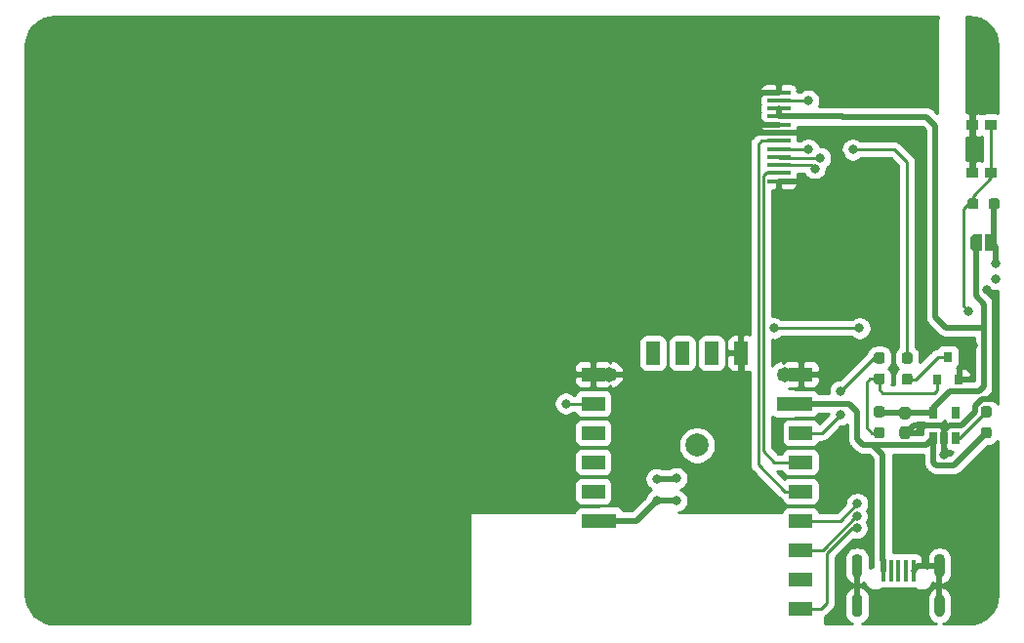
<source format=gtl>
G04 #@! TF.GenerationSoftware,KiCad,Pcbnew,5.1.10-88a1d61d58~90~ubuntu20.04.1*
G04 #@! TF.CreationDate,2021-10-07T18:37:47+08:00*
G04 #@! TF.ProjectId,Ada_Ticker,4164615f-5469-4636-9b65-722e6b696361,rev?*
G04 #@! TF.SameCoordinates,Original*
G04 #@! TF.FileFunction,Copper,L1,Top*
G04 #@! TF.FilePolarity,Positive*
%FSLAX46Y46*%
G04 Gerber Fmt 4.6, Leading zero omitted, Abs format (unit mm)*
G04 Created by KiCad (PCBNEW 5.1.10-88a1d61d58~90~ubuntu20.04.1) date 2021-10-07 18:37:47*
%MOMM*%
%LPD*%
G01*
G04 APERTURE LIST*
G04 #@! TA.AperFunction,SMDPad,CuDef*
%ADD10R,2.000000X0.350000*%
G04 #@! TD*
G04 #@! TA.AperFunction,SMDPad,CuDef*
%ADD11R,0.400000X1.850000*%
G04 #@! TD*
G04 #@! TA.AperFunction,SMDPad,CuDef*
%ADD12C,0.100000*%
G04 #@! TD*
G04 #@! TA.AperFunction,SMDPad,CuDef*
%ADD13R,1.000000X0.900000*%
G04 #@! TD*
G04 #@! TA.AperFunction,SMDPad,CuDef*
%ADD14R,0.650000X1.060000*%
G04 #@! TD*
G04 #@! TA.AperFunction,SMDPad,CuDef*
%ADD15R,0.800000X0.900000*%
G04 #@! TD*
G04 #@! TA.AperFunction,ComponentPad*
%ADD16R,1.299997X1.299997*%
G04 #@! TD*
G04 #@! TA.AperFunction,ComponentPad*
%ADD17O,1.399997X1.299997*%
G04 #@! TD*
G04 #@! TA.AperFunction,ComponentPad*
%ADD18R,1.399997X1.299997*%
G04 #@! TD*
G04 #@! TA.AperFunction,ComponentPad*
%ADD19C,1.999996*%
G04 #@! TD*
G04 #@! TA.AperFunction,SMDPad,CuDef*
%ADD20R,1.999996X1.199998*%
G04 #@! TD*
G04 #@! TA.AperFunction,SMDPad,CuDef*
%ADD21R,1.199998X1.999996*%
G04 #@! TD*
G04 #@! TA.AperFunction,ViaPad*
%ADD22C,0.800000*%
G04 #@! TD*
G04 #@! TA.AperFunction,Conductor*
%ADD23C,0.500000*%
G04 #@! TD*
G04 #@! TA.AperFunction,Conductor*
%ADD24C,0.250000*%
G04 #@! TD*
G04 #@! TA.AperFunction,Conductor*
%ADD25C,0.254000*%
G04 #@! TD*
G04 #@! TA.AperFunction,Conductor*
%ADD26C,0.100000*%
G04 #@! TD*
G04 APERTURE END LIST*
D10*
X65953500Y-7226500D03*
X65953500Y-7926500D03*
X65953500Y-8626500D03*
X65953500Y-9326500D03*
X65953500Y-10026500D03*
X65953500Y-10726500D03*
X65953500Y-11426500D03*
X65953500Y-12126500D03*
X65953500Y-12826500D03*
X65953500Y-13526500D03*
X65953500Y-14226500D03*
X65953500Y-14926500D03*
G04 #@! TA.AperFunction,SMDPad,CuDef*
G36*
G01*
X76661000Y-34504000D02*
X77136000Y-34504000D01*
G75*
G02*
X77373500Y-34741500I0J-237500D01*
G01*
X77373500Y-35341500D01*
G75*
G02*
X77136000Y-35579000I-237500J0D01*
G01*
X76661000Y-35579000D01*
G75*
G02*
X76423500Y-35341500I0J237500D01*
G01*
X76423500Y-34741500D01*
G75*
G02*
X76661000Y-34504000I237500J0D01*
G01*
G37*
G04 #@! TD.AperFunction*
G04 #@! TA.AperFunction,SMDPad,CuDef*
G36*
G01*
X76661000Y-36229000D02*
X77136000Y-36229000D01*
G75*
G02*
X77373500Y-36466500I0J-237500D01*
G01*
X77373500Y-37066500D01*
G75*
G02*
X77136000Y-37304000I-237500J0D01*
G01*
X76661000Y-37304000D01*
G75*
G02*
X76423500Y-37066500I0J237500D01*
G01*
X76423500Y-36466500D01*
G75*
G02*
X76661000Y-36229000I237500J0D01*
G01*
G37*
G04 #@! TD.AperFunction*
G04 #@! TA.AperFunction,ComponentPad*
G36*
G01*
X72302000Y-48944500D02*
X72302000Y-47664500D01*
G75*
G02*
X72662000Y-47304500I360000J0D01*
G01*
X72842000Y-47304500D01*
G75*
G02*
X73202000Y-47664500I0J-360000D01*
G01*
X73202000Y-48944500D01*
G75*
G02*
X72842000Y-49304500I-360000J0D01*
G01*
X72662000Y-49304500D01*
G75*
G02*
X72302000Y-48944500I0J360000D01*
G01*
G37*
G04 #@! TD.AperFunction*
D11*
X75027000Y-48704500D03*
X75677000Y-48704500D03*
X76327000Y-48704500D03*
X76977000Y-48704500D03*
X77627000Y-48704500D03*
G04 #@! TA.AperFunction,ComponentPad*
G36*
G01*
X72302000Y-52394500D02*
X72302000Y-51114500D01*
G75*
G02*
X72662000Y-50754500I360000J0D01*
G01*
X72842000Y-50754500D01*
G75*
G02*
X73202000Y-51114500I0J-360000D01*
G01*
X73202000Y-52394500D01*
G75*
G02*
X72842000Y-52754500I-360000J0D01*
G01*
X72662000Y-52754500D01*
G75*
G02*
X72302000Y-52394500I0J360000D01*
G01*
G37*
G04 #@! TD.AperFunction*
G04 #@! TA.AperFunction,ComponentPad*
G36*
G01*
X79452000Y-48944500D02*
X79452000Y-47664500D01*
G75*
G02*
X79812000Y-47304500I360000J0D01*
G01*
X79992000Y-47304500D01*
G75*
G02*
X80352000Y-47664500I0J-360000D01*
G01*
X80352000Y-48944500D01*
G75*
G02*
X79992000Y-49304500I-360000J0D01*
G01*
X79812000Y-49304500D01*
G75*
G02*
X79452000Y-48944500I0J360000D01*
G01*
G37*
G04 #@! TD.AperFunction*
G04 #@! TA.AperFunction,ComponentPad*
G36*
G01*
X79452000Y-52304500D02*
X79452000Y-51204500D01*
G75*
G02*
X79902000Y-50754500I450000J0D01*
G01*
X79902000Y-50754500D01*
G75*
G02*
X80352000Y-51204500I0J-450000D01*
G01*
X80352000Y-52304500D01*
G75*
G02*
X79902000Y-52754500I-450000J0D01*
G01*
X79902000Y-52754500D01*
G75*
G02*
X79452000Y-52304500I0J450000D01*
G01*
G37*
G04 #@! TD.AperFunction*
G04 #@! TA.AperFunction,SMDPad,CuDef*
D12*
G36*
X83858000Y-19506500D02*
G01*
X84358000Y-19506500D01*
X84358000Y-19507102D01*
X84382534Y-19507102D01*
X84431365Y-19511912D01*
X84479490Y-19521484D01*
X84526445Y-19535728D01*
X84571778Y-19554505D01*
X84615051Y-19577636D01*
X84655850Y-19604896D01*
X84693779Y-19636024D01*
X84728476Y-19670721D01*
X84759604Y-19708650D01*
X84786864Y-19749449D01*
X84809995Y-19792722D01*
X84828772Y-19838055D01*
X84843016Y-19885010D01*
X84852588Y-19933135D01*
X84857398Y-19981966D01*
X84857398Y-20006500D01*
X84858000Y-20006500D01*
X84858000Y-20506500D01*
X84857398Y-20506500D01*
X84857398Y-20531034D01*
X84852588Y-20579865D01*
X84843016Y-20627990D01*
X84828772Y-20674945D01*
X84809995Y-20720278D01*
X84786864Y-20763551D01*
X84759604Y-20804350D01*
X84728476Y-20842279D01*
X84693779Y-20876976D01*
X84655850Y-20908104D01*
X84615051Y-20935364D01*
X84571778Y-20958495D01*
X84526445Y-20977272D01*
X84479490Y-20991516D01*
X84431365Y-21001088D01*
X84382534Y-21005898D01*
X84358000Y-21005898D01*
X84358000Y-21006500D01*
X83858000Y-21006500D01*
X83858000Y-19506500D01*
G37*
G04 #@! TD.AperFunction*
G04 #@! TA.AperFunction,SMDPad,CuDef*
G36*
X83058000Y-21005898D02*
G01*
X83033466Y-21005898D01*
X82984635Y-21001088D01*
X82936510Y-20991516D01*
X82889555Y-20977272D01*
X82844222Y-20958495D01*
X82800949Y-20935364D01*
X82760150Y-20908104D01*
X82722221Y-20876976D01*
X82687524Y-20842279D01*
X82656396Y-20804350D01*
X82629136Y-20763551D01*
X82606005Y-20720278D01*
X82587228Y-20674945D01*
X82572984Y-20627990D01*
X82563412Y-20579865D01*
X82558602Y-20531034D01*
X82558602Y-20506500D01*
X82558000Y-20506500D01*
X82558000Y-20006500D01*
X82558602Y-20006500D01*
X82558602Y-19981966D01*
X82563412Y-19933135D01*
X82572984Y-19885010D01*
X82587228Y-19838055D01*
X82606005Y-19792722D01*
X82629136Y-19749449D01*
X82656396Y-19708650D01*
X82687524Y-19670721D01*
X82722221Y-19636024D01*
X82760150Y-19604896D01*
X82800949Y-19577636D01*
X82844222Y-19554505D01*
X82889555Y-19535728D01*
X82936510Y-19521484D01*
X82984635Y-19511912D01*
X83033466Y-19507102D01*
X83058000Y-19507102D01*
X83058000Y-19506500D01*
X83558000Y-19506500D01*
X83558000Y-21006500D01*
X83058000Y-21006500D01*
X83058000Y-21005898D01*
G37*
G04 #@! TD.AperFunction*
G04 #@! TA.AperFunction,SMDPad,CuDef*
G36*
G01*
X83709500Y-36279000D02*
X84184500Y-36279000D01*
G75*
G02*
X84422000Y-36516500I0J-237500D01*
G01*
X84422000Y-37016500D01*
G75*
G02*
X84184500Y-37254000I-237500J0D01*
G01*
X83709500Y-37254000D01*
G75*
G02*
X83472000Y-37016500I0J237500D01*
G01*
X83472000Y-36516500D01*
G75*
G02*
X83709500Y-36279000I237500J0D01*
G01*
G37*
G04 #@! TD.AperFunction*
G04 #@! TA.AperFunction,SMDPad,CuDef*
G36*
G01*
X83709500Y-34454000D02*
X84184500Y-34454000D01*
G75*
G02*
X84422000Y-34691500I0J-237500D01*
G01*
X84422000Y-35191500D01*
G75*
G02*
X84184500Y-35429000I-237500J0D01*
G01*
X83709500Y-35429000D01*
G75*
G02*
X83472000Y-35191500I0J237500D01*
G01*
X83472000Y-34691500D01*
G75*
G02*
X83709500Y-34454000I237500J0D01*
G01*
G37*
G04 #@! TD.AperFunction*
G04 #@! TA.AperFunction,SMDPad,CuDef*
G36*
G01*
X74913500Y-32578500D02*
X74438500Y-32578500D01*
G75*
G02*
X74201000Y-32341000I0J237500D01*
G01*
X74201000Y-31841000D01*
G75*
G02*
X74438500Y-31603500I237500J0D01*
G01*
X74913500Y-31603500D01*
G75*
G02*
X75151000Y-31841000I0J-237500D01*
G01*
X75151000Y-32341000D01*
G75*
G02*
X74913500Y-32578500I-237500J0D01*
G01*
G37*
G04 #@! TD.AperFunction*
G04 #@! TA.AperFunction,SMDPad,CuDef*
G36*
G01*
X74913500Y-30753500D02*
X74438500Y-30753500D01*
G75*
G02*
X74201000Y-30516000I0J237500D01*
G01*
X74201000Y-30016000D01*
G75*
G02*
X74438500Y-29778500I237500J0D01*
G01*
X74913500Y-29778500D01*
G75*
G02*
X75151000Y-30016000I0J-237500D01*
G01*
X75151000Y-30516000D01*
G75*
G02*
X74913500Y-30753500I-237500J0D01*
G01*
G37*
G04 #@! TD.AperFunction*
G04 #@! TA.AperFunction,SMDPad,CuDef*
G36*
G01*
X74438500Y-36279000D02*
X74913500Y-36279000D01*
G75*
G02*
X75151000Y-36516500I0J-237500D01*
G01*
X75151000Y-37016500D01*
G75*
G02*
X74913500Y-37254000I-237500J0D01*
G01*
X74438500Y-37254000D01*
G75*
G02*
X74201000Y-37016500I0J237500D01*
G01*
X74201000Y-36516500D01*
G75*
G02*
X74438500Y-36279000I237500J0D01*
G01*
G37*
G04 #@! TD.AperFunction*
G04 #@! TA.AperFunction,SMDPad,CuDef*
G36*
G01*
X74438500Y-34454000D02*
X74913500Y-34454000D01*
G75*
G02*
X75151000Y-34691500I0J-237500D01*
G01*
X75151000Y-35191500D01*
G75*
G02*
X74913500Y-35429000I-237500J0D01*
G01*
X74438500Y-35429000D01*
G75*
G02*
X74201000Y-35191500I0J237500D01*
G01*
X74201000Y-34691500D01*
G75*
G02*
X74438500Y-34454000I237500J0D01*
G01*
G37*
G04 #@! TD.AperFunction*
G04 #@! TA.AperFunction,SMDPad,CuDef*
G36*
G01*
X76851500Y-29802000D02*
X77326500Y-29802000D01*
G75*
G02*
X77564000Y-30039500I0J-237500D01*
G01*
X77564000Y-30539500D01*
G75*
G02*
X77326500Y-30777000I-237500J0D01*
G01*
X76851500Y-30777000D01*
G75*
G02*
X76614000Y-30539500I0J237500D01*
G01*
X76614000Y-30039500D01*
G75*
G02*
X76851500Y-29802000I237500J0D01*
G01*
G37*
G04 #@! TD.AperFunction*
G04 #@! TA.AperFunction,SMDPad,CuDef*
G36*
G01*
X76851500Y-31627000D02*
X77326500Y-31627000D01*
G75*
G02*
X77564000Y-31864500I0J-237500D01*
G01*
X77564000Y-32364500D01*
G75*
G02*
X77326500Y-32602000I-237500J0D01*
G01*
X76851500Y-32602000D01*
G75*
G02*
X76614000Y-32364500I0J237500D01*
G01*
X76614000Y-31864500D01*
G75*
G02*
X76851500Y-31627000I237500J0D01*
G01*
G37*
G04 #@! TD.AperFunction*
G04 #@! TA.AperFunction,SMDPad,CuDef*
G36*
G01*
X82316500Y-17128500D02*
X82316500Y-16653500D01*
G75*
G02*
X82554000Y-16416000I237500J0D01*
G01*
X83054000Y-16416000D01*
G75*
G02*
X83291500Y-16653500I0J-237500D01*
G01*
X83291500Y-17128500D01*
G75*
G02*
X83054000Y-17366000I-237500J0D01*
G01*
X82554000Y-17366000D01*
G75*
G02*
X82316500Y-17128500I0J237500D01*
G01*
G37*
G04 #@! TD.AperFunction*
G04 #@! TA.AperFunction,SMDPad,CuDef*
G36*
G01*
X84141500Y-17128500D02*
X84141500Y-16653500D01*
G75*
G02*
X84379000Y-16416000I237500J0D01*
G01*
X84879000Y-16416000D01*
G75*
G02*
X85116500Y-16653500I0J-237500D01*
G01*
X85116500Y-17128500D01*
G75*
G02*
X84879000Y-17366000I-237500J0D01*
G01*
X84379000Y-17366000D01*
G75*
G02*
X84141500Y-17128500I0J237500D01*
G01*
G37*
G04 #@! TD.AperFunction*
D13*
X84366000Y-10078500D03*
X84366000Y-14178500D03*
X82766000Y-10078500D03*
X82766000Y-14178500D03*
D14*
X79375000Y-37211000D03*
X80325000Y-37211000D03*
X81275000Y-37211000D03*
X81275000Y-35011000D03*
X79375000Y-35011000D03*
D15*
X79695000Y-32178500D03*
X81595000Y-32178500D03*
X80645000Y-30178500D03*
D16*
X51244500Y-44386500D03*
D17*
X51244500Y-31686500D03*
X66484500Y-31686500D03*
D18*
X66484500Y-34226500D03*
D19*
X58864500Y-37846508D03*
D20*
X49864518Y-44386500D03*
X49864518Y-41846500D03*
X49864518Y-39306500D03*
X49864518Y-36766500D03*
X49864518Y-34226500D03*
X49864518Y-31686500D03*
D21*
X55054500Y-29846524D03*
X57594500Y-29846524D03*
X60134500Y-29846524D03*
X62674500Y-29846524D03*
D20*
X67864482Y-31686500D03*
X67864482Y-34226500D03*
X67864482Y-36766500D03*
X67864482Y-39306500D03*
X67864482Y-41846500D03*
X67864482Y-44386500D03*
X67864482Y-52006500D03*
X67864482Y-49466500D03*
X67864482Y-46926500D03*
D22*
X72072500Y-29527500D03*
X82804000Y-29146500D03*
X62738000Y-33210500D03*
X80327500Y-38671500D03*
X62992000Y-14986000D03*
X68135500Y-14986000D03*
X61214000Y-15049500D03*
X59372500Y-15049500D03*
X59372500Y-13271500D03*
X61150500Y-13271500D03*
X62992000Y-13335000D03*
X62992000Y-11684000D03*
X61150500Y-11557000D03*
X59372500Y-11557000D03*
X84709000Y-33718500D03*
X84010500Y-24320500D03*
X82740500Y-8128000D03*
X84391500Y-8128000D03*
X68135500Y-16891000D03*
X68135500Y-18923000D03*
X66484500Y-18986500D03*
X66484500Y-16954500D03*
X66484500Y-20637500D03*
X68135500Y-20764500D03*
X81407000Y-42037000D03*
X82867500Y-41973500D03*
X84137500Y-41973500D03*
X84137500Y-43561000D03*
X82867500Y-43561000D03*
X81407000Y-43561000D03*
X81407000Y-44958000D03*
X82931000Y-44958000D03*
X84137500Y-45021500D03*
X84772500Y-22034500D03*
X84772500Y-23431500D03*
X55372000Y-42608500D03*
X55372000Y-40767000D03*
X57086500Y-40703500D03*
X57086500Y-42672000D03*
X71310500Y-35179000D03*
X71310500Y-33147000D03*
X68516500Y-7937500D03*
X72390000Y-12192000D03*
X72961500Y-27686000D03*
X65532000Y-27686000D03*
X47498000Y-34226500D03*
X82423000Y-26225500D03*
X72712153Y-45026153D03*
X69088000Y-13843000D03*
X68516500Y-12192000D03*
X72771000Y-42926000D03*
X72717966Y-44004339D03*
X69559597Y-12926903D03*
D23*
X76929000Y-35011000D02*
X76898500Y-35041500D01*
X79375000Y-35011000D02*
X76929000Y-35011000D01*
X74776000Y-35041500D02*
X74676000Y-34941500D01*
X76898500Y-35041500D02*
X74776000Y-35041500D01*
X65953500Y-9326500D02*
X65953500Y-8626500D01*
X83058000Y-20256500D02*
X83058000Y-24892000D01*
X83058000Y-24892000D02*
X83756500Y-25590500D01*
X78803500Y-9334500D02*
X79565500Y-10096500D01*
X71466512Y-9334500D02*
X78803500Y-9334500D01*
X71458512Y-9326500D02*
X71466512Y-9334500D01*
X65953500Y-9326500D02*
X71458512Y-9326500D01*
X79565500Y-26770265D02*
X79565500Y-26416000D01*
X80417735Y-27622500D02*
X79565500Y-26770265D01*
X83756500Y-27622500D02*
X80417735Y-27622500D01*
X79565500Y-10096500D02*
X79565500Y-26416000D01*
X83756500Y-25590500D02*
X83756500Y-27622500D01*
X83756500Y-28384500D02*
X83756500Y-27622500D01*
X83756500Y-32766000D02*
X83756500Y-28384500D01*
X83379008Y-33143492D02*
X83756500Y-32766000D01*
X79375000Y-34607500D02*
X80839008Y-33143492D01*
X80839008Y-33143492D02*
X83379008Y-33143492D01*
X79375000Y-35011000D02*
X79375000Y-34607500D01*
X72752000Y-48304500D02*
X72752000Y-51754500D01*
X79902000Y-51754500D02*
X79902000Y-48304500D01*
X78027000Y-48304500D02*
X77627000Y-48704500D01*
X79902000Y-48304500D02*
X78027000Y-48304500D01*
X82766000Y-10078500D02*
X82766000Y-14178500D01*
X76898500Y-36766500D02*
X77025500Y-36766500D01*
X77025500Y-36766500D02*
X77660500Y-36131500D01*
X77660500Y-36131500D02*
X80010000Y-36131500D01*
X80325000Y-36446500D02*
X80325000Y-37211000D01*
X80010000Y-36131500D02*
X80325000Y-36446500D01*
X66484500Y-31686500D02*
X71120000Y-31686500D01*
X71120000Y-31686500D02*
X72072500Y-30734000D01*
X72072500Y-30734000D02*
X72072500Y-29527500D01*
X82804000Y-29146500D02*
X82804000Y-31877000D01*
X82502500Y-32178500D02*
X81595000Y-32178500D01*
X82804000Y-31877000D02*
X82502500Y-32178500D01*
X62738000Y-29910024D02*
X62674500Y-29846524D01*
X62738000Y-33210500D02*
X62738000Y-29910024D01*
X80325000Y-38669000D02*
X80327500Y-38671500D01*
X80325000Y-37211000D02*
X80325000Y-38669000D01*
X65953500Y-7226500D02*
X64592000Y-7226500D01*
X64592000Y-7226500D02*
X64198500Y-7620000D01*
X64198500Y-7620000D02*
X64198500Y-9588500D01*
X64636500Y-10026500D02*
X65953500Y-10026500D01*
X64198500Y-9588500D02*
X64636500Y-10026500D01*
X65953500Y-10726500D02*
X64511000Y-10726500D01*
X64198500Y-10414000D02*
X64198500Y-9588500D01*
X64511000Y-10726500D02*
X64198500Y-10414000D01*
X64511000Y-10726500D02*
X63949500Y-10726500D01*
X63949500Y-10726500D02*
X62992000Y-11684000D01*
X66013000Y-14986000D02*
X65953500Y-14926500D01*
X68135500Y-14986000D02*
X66013000Y-14986000D01*
X61277500Y-14986000D02*
X61214000Y-15049500D01*
X62992000Y-14986000D02*
X61277500Y-14986000D01*
X59372500Y-15049500D02*
X59372500Y-13271500D01*
X62928500Y-13271500D02*
X62992000Y-13335000D01*
X61150500Y-13271500D02*
X62928500Y-13271500D01*
X62992000Y-13335000D02*
X62992000Y-14986000D01*
X62992000Y-13335000D02*
X62992000Y-11684000D01*
X61277500Y-11684000D02*
X61150500Y-11557000D01*
X62992000Y-11684000D02*
X61277500Y-11684000D01*
X59372500Y-11557000D02*
X59372500Y-13271500D01*
X62674500Y-15303500D02*
X62992000Y-14986000D01*
X62674500Y-29846524D02*
X62674500Y-15303500D01*
X68135500Y-20764500D02*
X74295000Y-26924000D01*
X74295000Y-26924000D02*
X74295000Y-28130500D01*
X72898000Y-29527500D02*
X72072500Y-29527500D01*
X74295000Y-28130500D02*
X72898000Y-29527500D01*
X80325000Y-37211000D02*
X80325000Y-36578500D01*
X80325000Y-36578500D02*
X80772000Y-36131500D01*
X84709000Y-25019000D02*
X84709000Y-33718500D01*
X84010500Y-24320500D02*
X84709000Y-25019000D01*
X82766000Y-8153500D02*
X82740500Y-8128000D01*
X82766000Y-10078500D02*
X82766000Y-8153500D01*
X67864482Y-31686500D02*
X66484500Y-31686500D01*
X51244500Y-31686500D02*
X49864518Y-31686500D01*
X61214000Y-31686500D02*
X62738000Y-33210500D01*
X51244500Y-31686500D02*
X61214000Y-31686500D01*
X68135500Y-14986000D02*
X68135500Y-16891000D01*
X68135500Y-16891000D02*
X68135500Y-18923000D01*
X68135500Y-18923000D02*
X68135500Y-20764500D01*
X66548000Y-18923000D02*
X66484500Y-18986500D01*
X68135500Y-18923000D02*
X66548000Y-18923000D01*
X68072000Y-16954500D02*
X68135500Y-16891000D01*
X66484500Y-16954500D02*
X68072000Y-16954500D01*
X66484500Y-18986500D02*
X66484500Y-20637500D01*
X65953500Y-10726500D02*
X69527500Y-10726500D01*
X69527500Y-10726500D02*
X71501000Y-12700000D01*
X71501000Y-12700000D02*
X71501000Y-14414500D01*
X70929500Y-14986000D02*
X68135500Y-14986000D01*
X71501000Y-14414500D02*
X70929500Y-14986000D01*
X82804000Y-42037000D02*
X82867500Y-41973500D01*
X81407000Y-42037000D02*
X82804000Y-42037000D01*
X84137500Y-41973500D02*
X84137500Y-43561000D01*
X82867500Y-43561000D02*
X81407000Y-43561000D01*
X81407000Y-44958000D02*
X82931000Y-44958000D01*
X84583998Y-33843502D02*
X84709000Y-33718500D01*
X83585210Y-33843502D02*
X84583998Y-33843502D01*
X83021990Y-34406722D02*
X83585210Y-33843502D01*
X83021990Y-34929012D02*
X83021990Y-34406722D01*
X81819502Y-36131500D02*
X83021990Y-34929012D01*
X80772000Y-36131500D02*
X81819502Y-36131500D01*
X78803500Y-37782500D02*
X79375000Y-37211000D01*
X72771000Y-37274500D02*
X73279000Y-37782500D01*
X72771000Y-34925000D02*
X72771000Y-37274500D01*
X72072500Y-34226500D02*
X72771000Y-34925000D01*
X67864482Y-34226500D02*
X72072500Y-34226500D01*
X75027000Y-47845500D02*
X74993500Y-47812000D01*
X75027000Y-48704500D02*
X75027000Y-47845500D01*
X74993500Y-38671500D02*
X74104500Y-37782500D01*
X74993500Y-47812000D02*
X74993500Y-38671500D01*
X74104500Y-37782500D02*
X78803500Y-37782500D01*
X73279000Y-37782500D02*
X74104500Y-37782500D01*
X79375000Y-37211000D02*
X79375000Y-39306500D01*
X79375000Y-39306500D02*
X79629000Y-39560500D01*
X81153000Y-39560500D02*
X83947000Y-36766500D01*
X79629000Y-39560500D02*
X81153000Y-39560500D01*
X67864482Y-34226500D02*
X66484500Y-34226500D01*
X84629000Y-16891000D02*
X84629000Y-17161500D01*
X84629000Y-19985500D02*
X84358000Y-20256500D01*
X84629000Y-16891000D02*
X84629000Y-19985500D01*
X84772500Y-20671000D02*
X84358000Y-20256500D01*
X84772500Y-22034500D02*
X84772500Y-20671000D01*
X84772500Y-23431500D02*
X84645500Y-23431500D01*
X53594000Y-44386500D02*
X55372000Y-42608500D01*
X51244500Y-44386500D02*
X53594000Y-44386500D01*
X57023000Y-40767000D02*
X57086500Y-40703500D01*
X55372000Y-40767000D02*
X57023000Y-40767000D01*
X57023000Y-42608500D02*
X57086500Y-42672000D01*
X55372000Y-42608500D02*
X57023000Y-42608500D01*
X51244500Y-44386500D02*
X49864518Y-44386500D01*
D24*
X77089000Y-32114500D02*
X77804000Y-32114500D01*
X79740000Y-30178500D02*
X80645000Y-30178500D01*
X77804000Y-32114500D02*
X79740000Y-30178500D01*
X81677500Y-37211000D02*
X83947000Y-34941500D01*
X81275000Y-37211000D02*
X81677500Y-37211000D01*
X74191500Y-30266000D02*
X74676000Y-30266000D01*
X71310500Y-33147000D02*
X74191500Y-30266000D01*
X69723000Y-36766500D02*
X71310500Y-35179000D01*
X67864482Y-36766500D02*
X69723000Y-36766500D01*
X77089000Y-30289500D02*
X77089000Y-19685000D01*
X65964500Y-7937500D02*
X65953500Y-7926500D01*
X68516500Y-7937500D02*
X65964500Y-7937500D01*
X77089000Y-19685000D02*
X77089000Y-18351500D01*
X77089000Y-18351500D02*
X77089000Y-13271500D01*
X76009500Y-12192000D02*
X72390000Y-12192000D01*
X77089000Y-13271500D02*
X76009500Y-12192000D01*
X84366000Y-14178500D02*
X84366000Y-10078500D01*
X84366000Y-14178500D02*
X84366000Y-14630500D01*
X82804000Y-16192500D02*
X82804000Y-16891000D01*
X84366000Y-14630500D02*
X82804000Y-16192500D01*
X82804000Y-16891000D02*
X82423000Y-16891000D01*
X82423000Y-16891000D02*
X81941010Y-17372990D01*
X72961500Y-27686000D02*
X65532000Y-27686000D01*
X47498000Y-34226500D02*
X49864518Y-34226500D01*
X81941010Y-25743510D02*
X81941010Y-25426010D01*
X82423000Y-26225500D02*
X81941010Y-25743510D01*
X81941010Y-17372990D02*
X81941010Y-25426010D01*
X67864482Y-52006500D02*
X69659500Y-52006500D01*
X70135750Y-47213660D02*
X70988901Y-46360509D01*
X69659500Y-52006500D02*
X70135750Y-51530250D01*
X70135750Y-51530250D02*
X70135750Y-47213660D01*
X72323257Y-45026153D02*
X72712153Y-45026153D01*
X70988901Y-46360509D02*
X72323257Y-45026153D01*
X69088000Y-13843000D02*
X68770500Y-13525500D01*
X67185000Y-13525500D02*
X67184000Y-13526500D01*
X68770500Y-13525500D02*
X67185000Y-13525500D01*
X67184000Y-13526500D02*
X65953500Y-13526500D01*
X67532990Y-13526500D02*
X67184000Y-13526500D01*
X64893498Y-14226500D02*
X65953500Y-14226500D01*
X64628499Y-14491499D02*
X64893498Y-14226500D01*
X64628499Y-38339499D02*
X64628499Y-14491499D01*
X65595500Y-39306500D02*
X64628499Y-38339499D01*
X67864482Y-39306500D02*
X65595500Y-39306500D01*
X66484500Y-41846500D02*
X64178489Y-39540489D01*
X64178489Y-39540489D02*
X64178489Y-11704011D01*
X64456000Y-11426500D02*
X65953500Y-11426500D01*
X64178489Y-11704011D02*
X64456000Y-11426500D01*
X67864482Y-41846500D02*
X66484500Y-41846500D01*
X66019000Y-12192000D02*
X65953500Y-12126500D01*
X68516500Y-12192000D02*
X66019000Y-12192000D01*
X71310500Y-44386500D02*
X72771000Y-42926000D01*
X71310500Y-44386500D02*
X67864482Y-44386500D01*
X66053903Y-12926903D02*
X65953500Y-12826500D01*
X69559597Y-12926903D02*
X66053903Y-12926903D01*
X72708661Y-44004339D02*
X72717966Y-44004339D01*
X69786500Y-46926500D02*
X72708661Y-44004339D01*
X67864482Y-46926500D02*
X69786500Y-46926500D01*
X74676000Y-32091000D02*
X74676000Y-33020000D01*
X74676000Y-33020000D02*
X74993500Y-33337500D01*
X74993500Y-33337500D02*
X79438500Y-33337500D01*
X79695000Y-33081000D02*
X79695000Y-32178500D01*
X79438500Y-33337500D02*
X79695000Y-33081000D01*
X74676000Y-36766500D02*
X74041000Y-36766500D01*
X74041000Y-36766500D02*
X73596500Y-36322000D01*
X73596500Y-36322000D02*
X73596500Y-32385000D01*
X73890500Y-32091000D02*
X74676000Y-32091000D01*
X73596500Y-32385000D02*
X73890500Y-32091000D01*
D25*
X79740550Y-759617D02*
X79727807Y-889000D01*
X79731000Y-921419D01*
X79731000Y-9010422D01*
X79460032Y-8739454D01*
X79432317Y-8705683D01*
X79297559Y-8595089D01*
X79143813Y-8512911D01*
X78976990Y-8462305D01*
X78846977Y-8449500D01*
X78846969Y-8449500D01*
X78803500Y-8445219D01*
X78760031Y-8449500D01*
X71583215Y-8449500D01*
X71501989Y-8441500D01*
X71501981Y-8441500D01*
X71458512Y-8437219D01*
X71415043Y-8441500D01*
X69424522Y-8441500D01*
X69433705Y-8427756D01*
X69511726Y-8239398D01*
X69551500Y-8039439D01*
X69551500Y-7835561D01*
X69511726Y-7635602D01*
X69433705Y-7447244D01*
X69320437Y-7277726D01*
X69176274Y-7133563D01*
X69006756Y-7020295D01*
X68818398Y-6942274D01*
X68618439Y-6902500D01*
X68414561Y-6902500D01*
X68214602Y-6942274D01*
X68026244Y-7020295D01*
X67856726Y-7133563D01*
X67812789Y-7177500D01*
X67588500Y-7177500D01*
X67588500Y-7099498D01*
X67508752Y-7099498D01*
X67588500Y-7019750D01*
X67577766Y-6919487D01*
X67540017Y-6800236D01*
X67479728Y-6690640D01*
X67399216Y-6594912D01*
X67301576Y-6516730D01*
X67190559Y-6459099D01*
X67070433Y-6424234D01*
X66945812Y-6413474D01*
X66239250Y-6416500D01*
X66080500Y-6575250D01*
X66080500Y-7113428D01*
X65826500Y-7113428D01*
X65826500Y-6575250D01*
X65667750Y-6416500D01*
X64961188Y-6413474D01*
X64836567Y-6424234D01*
X64716441Y-6459099D01*
X64605424Y-6516730D01*
X64507784Y-6594912D01*
X64427272Y-6690640D01*
X64366983Y-6800236D01*
X64329234Y-6919487D01*
X64318500Y-7019750D01*
X64477250Y-7178500D01*
X64678447Y-7178500D01*
X64599006Y-7220963D01*
X64533771Y-7274500D01*
X64477250Y-7274500D01*
X64318500Y-7433250D01*
X64329234Y-7533513D01*
X64342929Y-7576776D01*
X64327688Y-7627018D01*
X64315428Y-7751500D01*
X64315428Y-8101500D01*
X64327688Y-8225982D01*
X64343012Y-8276500D01*
X64327688Y-8327018D01*
X64315428Y-8451500D01*
X64315428Y-8801500D01*
X64327688Y-8925982D01*
X64343012Y-8976500D01*
X64327688Y-9027018D01*
X64315428Y-9151500D01*
X64315428Y-9501500D01*
X64327688Y-9625982D01*
X64342929Y-9676224D01*
X64329234Y-9719487D01*
X64318500Y-9819750D01*
X64477250Y-9978500D01*
X64533771Y-9978500D01*
X64592735Y-10026890D01*
X64533276Y-10074500D01*
X64477250Y-10074500D01*
X64318500Y-10233250D01*
X64329234Y-10333513D01*
X64342842Y-10376500D01*
X64329234Y-10419487D01*
X64318500Y-10519750D01*
X64398248Y-10599498D01*
X64318500Y-10599498D01*
X64318500Y-10676366D01*
X64307014Y-10677497D01*
X64163753Y-10720954D01*
X64031724Y-10791526D01*
X63915999Y-10886499D01*
X63892196Y-10915503D01*
X63667487Y-11140212D01*
X63638489Y-11164010D01*
X63614691Y-11193008D01*
X63614690Y-11193009D01*
X63543515Y-11279735D01*
X63472943Y-11411765D01*
X63463469Y-11442998D01*
X63434189Y-11539526D01*
X63429487Y-11555026D01*
X63414813Y-11704011D01*
X63418490Y-11741344D01*
X63418489Y-28226632D01*
X63398981Y-28220714D01*
X63274499Y-28208454D01*
X62960250Y-28211526D01*
X62801500Y-28370276D01*
X62801500Y-29719524D01*
X62821500Y-29719524D01*
X62821500Y-29973524D01*
X62801500Y-29973524D01*
X62801500Y-31322772D01*
X62960250Y-31481522D01*
X63274499Y-31484594D01*
X63398981Y-31472334D01*
X63418489Y-31466416D01*
X63418489Y-39503167D01*
X63414813Y-39540489D01*
X63418489Y-39577811D01*
X63418489Y-39577821D01*
X63429486Y-39689474D01*
X63442990Y-39733990D01*
X63472943Y-39832735D01*
X63543515Y-39964765D01*
X63582318Y-40012046D01*
X63638488Y-40080490D01*
X63667492Y-40104293D01*
X65920701Y-42357503D01*
X65944499Y-42386501D01*
X65973497Y-42410299D01*
X66060223Y-42481474D01*
X66192253Y-42552046D01*
X66238179Y-42565977D01*
X66238672Y-42570981D01*
X66274982Y-42690679D01*
X66333947Y-42800993D01*
X66413299Y-42897684D01*
X66509990Y-42977036D01*
X66620304Y-43036001D01*
X66740002Y-43072311D01*
X66864484Y-43084571D01*
X68864480Y-43084571D01*
X68988962Y-43072311D01*
X69108660Y-43036001D01*
X69218974Y-42977036D01*
X69315665Y-42897684D01*
X69395017Y-42800993D01*
X69453982Y-42690679D01*
X69490292Y-42570981D01*
X69502552Y-42446499D01*
X69502552Y-41246501D01*
X69490292Y-41122019D01*
X69453982Y-41002321D01*
X69395017Y-40892007D01*
X69315665Y-40795316D01*
X69218974Y-40715964D01*
X69108660Y-40656999D01*
X68988962Y-40620689D01*
X68864480Y-40608429D01*
X66864484Y-40608429D01*
X66740002Y-40620689D01*
X66620304Y-40656999D01*
X66509990Y-40715964D01*
X66465378Y-40752576D01*
X65779301Y-40066500D01*
X66249447Y-40066500D01*
X66274982Y-40150679D01*
X66333947Y-40260993D01*
X66413299Y-40357684D01*
X66509990Y-40437036D01*
X66620304Y-40496001D01*
X66740002Y-40532311D01*
X66864484Y-40544571D01*
X68864480Y-40544571D01*
X68988962Y-40532311D01*
X69108660Y-40496001D01*
X69218974Y-40437036D01*
X69315665Y-40357684D01*
X69395017Y-40260993D01*
X69453982Y-40150679D01*
X69490292Y-40030981D01*
X69502552Y-39906499D01*
X69502552Y-38706501D01*
X69490292Y-38582019D01*
X69453982Y-38462321D01*
X69395017Y-38352007D01*
X69315665Y-38255316D01*
X69218974Y-38175964D01*
X69108660Y-38116999D01*
X68988962Y-38080689D01*
X68864480Y-38068429D01*
X66864484Y-38068429D01*
X66740002Y-38080689D01*
X66620304Y-38116999D01*
X66509990Y-38175964D01*
X66413299Y-38255316D01*
X66333947Y-38352007D01*
X66274982Y-38462321D01*
X66249447Y-38546500D01*
X65910302Y-38546500D01*
X65388499Y-38024698D01*
X65388499Y-35372970D01*
X65430008Y-35407035D01*
X65540322Y-35466000D01*
X65660020Y-35502310D01*
X65784502Y-35514570D01*
X67184498Y-35514570D01*
X67308980Y-35502310D01*
X67428678Y-35466000D01*
X67431351Y-35464571D01*
X68864480Y-35464571D01*
X68988962Y-35452311D01*
X69108660Y-35416001D01*
X69218974Y-35357036D01*
X69315665Y-35277684D01*
X69395017Y-35180993D01*
X69432162Y-35111500D01*
X70275500Y-35111500D01*
X70275500Y-35139198D01*
X69462918Y-35951780D01*
X69453982Y-35922321D01*
X69395017Y-35812007D01*
X69315665Y-35715316D01*
X69218974Y-35635964D01*
X69108660Y-35576999D01*
X68988962Y-35540689D01*
X68864480Y-35528429D01*
X66864484Y-35528429D01*
X66740002Y-35540689D01*
X66620304Y-35576999D01*
X66509990Y-35635964D01*
X66413299Y-35715316D01*
X66333947Y-35812007D01*
X66274982Y-35922321D01*
X66238672Y-36042019D01*
X66226412Y-36166501D01*
X66226412Y-37366499D01*
X66238672Y-37490981D01*
X66274982Y-37610679D01*
X66333947Y-37720993D01*
X66413299Y-37817684D01*
X66509990Y-37897036D01*
X66620304Y-37956001D01*
X66740002Y-37992311D01*
X66864484Y-38004571D01*
X68864480Y-38004571D01*
X68988962Y-37992311D01*
X69108660Y-37956001D01*
X69218974Y-37897036D01*
X69315665Y-37817684D01*
X69395017Y-37720993D01*
X69453982Y-37610679D01*
X69479517Y-37526500D01*
X69685678Y-37526500D01*
X69723000Y-37530176D01*
X69760322Y-37526500D01*
X69760333Y-37526500D01*
X69871986Y-37515503D01*
X70015247Y-37472046D01*
X70147276Y-37401474D01*
X70263001Y-37306501D01*
X70286804Y-37277497D01*
X71350302Y-36214000D01*
X71412439Y-36214000D01*
X71612398Y-36174226D01*
X71800756Y-36096205D01*
X71886000Y-36039247D01*
X71886001Y-37231021D01*
X71881719Y-37274500D01*
X71898805Y-37447990D01*
X71949412Y-37614813D01*
X72031590Y-37768559D01*
X72114468Y-37869546D01*
X72114471Y-37869549D01*
X72142184Y-37903317D01*
X72175952Y-37931030D01*
X72622466Y-38377544D01*
X72650183Y-38411317D01*
X72784941Y-38521911D01*
X72938687Y-38604089D01*
X73105510Y-38654695D01*
X73235523Y-38667500D01*
X73235533Y-38667500D01*
X73278999Y-38671781D01*
X73322465Y-38667500D01*
X73737922Y-38667500D01*
X74108501Y-39038080D01*
X74108500Y-47768531D01*
X74104219Y-47812000D01*
X74108500Y-47855469D01*
X74108500Y-47855476D01*
X74121305Y-47985489D01*
X74142000Y-48053710D01*
X74142000Y-48411022D01*
X74025102Y-48434274D01*
X73840072Y-48510916D01*
X73840072Y-47664500D01*
X73820894Y-47469786D01*
X73764098Y-47282554D01*
X73671867Y-47110001D01*
X73547743Y-46958757D01*
X73396499Y-46834633D01*
X73223946Y-46742402D01*
X73036714Y-46685606D01*
X72842000Y-46666428D01*
X72662000Y-46666428D01*
X72467286Y-46685606D01*
X72280054Y-46742402D01*
X72107501Y-46834633D01*
X71956257Y-46958757D01*
X71832133Y-47110001D01*
X71739902Y-47282554D01*
X71683106Y-47469786D01*
X71663928Y-47664500D01*
X71663928Y-48944500D01*
X71683106Y-49139214D01*
X71739902Y-49326446D01*
X71832133Y-49498999D01*
X71956257Y-49650243D01*
X72107501Y-49774367D01*
X72280054Y-49866598D01*
X72467286Y-49923394D01*
X72662000Y-49942572D01*
X72842000Y-49942572D01*
X73036714Y-49923394D01*
X73223946Y-49866598D01*
X73358079Y-49794903D01*
X73409795Y-49919756D01*
X73523063Y-50089274D01*
X73667226Y-50233437D01*
X73836744Y-50346705D01*
X74025102Y-50424726D01*
X74225061Y-50464500D01*
X74428939Y-50464500D01*
X74628898Y-50424726D01*
X74817256Y-50346705D01*
X74935687Y-50267572D01*
X75227000Y-50267572D01*
X75351482Y-50255312D01*
X75352000Y-50255155D01*
X75352518Y-50255312D01*
X75477000Y-50267572D01*
X75877000Y-50267572D01*
X76001482Y-50255312D01*
X76002000Y-50255155D01*
X76002518Y-50255312D01*
X76127000Y-50267572D01*
X76527000Y-50267572D01*
X76651482Y-50255312D01*
X76652000Y-50255155D01*
X76652518Y-50255312D01*
X76777000Y-50267572D01*
X77177000Y-50267572D01*
X77301482Y-50255312D01*
X77302000Y-50255155D01*
X77302518Y-50255312D01*
X77427000Y-50267572D01*
X77718313Y-50267572D01*
X77836744Y-50346705D01*
X78025102Y-50424726D01*
X78225061Y-50464500D01*
X78428939Y-50464500D01*
X78628898Y-50424726D01*
X78817256Y-50346705D01*
X78986774Y-50233437D01*
X79130937Y-50089274D01*
X79244205Y-49919756D01*
X79295921Y-49794903D01*
X79430054Y-49866598D01*
X79617286Y-49923394D01*
X79812000Y-49942572D01*
X79992000Y-49942572D01*
X80186714Y-49923394D01*
X80373946Y-49866598D01*
X80546499Y-49774367D01*
X80697743Y-49650243D01*
X80821867Y-49498999D01*
X80914098Y-49326446D01*
X80970894Y-49139214D01*
X80990072Y-48944500D01*
X80990072Y-47664500D01*
X80970894Y-47469786D01*
X80914098Y-47282554D01*
X80821867Y-47110001D01*
X80697743Y-46958757D01*
X80546499Y-46834633D01*
X80373946Y-46742402D01*
X80186714Y-46685606D01*
X79992000Y-46666428D01*
X79812000Y-46666428D01*
X79617286Y-46685606D01*
X79430054Y-46742402D01*
X79257501Y-46834633D01*
X79106257Y-46958757D01*
X78982133Y-47110001D01*
X78889902Y-47282554D01*
X78833106Y-47469786D01*
X78813928Y-47664500D01*
X78813928Y-48510916D01*
X78628898Y-48434274D01*
X78465072Y-48401687D01*
X78465072Y-47779500D01*
X78452812Y-47655018D01*
X78416502Y-47535320D01*
X78357537Y-47425006D01*
X78278185Y-47328315D01*
X78181494Y-47248963D01*
X78071180Y-47189998D01*
X77951482Y-47153688D01*
X77827000Y-47141428D01*
X77427000Y-47141428D01*
X77302518Y-47153688D01*
X77302000Y-47153845D01*
X77301482Y-47153688D01*
X77177000Y-47141428D01*
X76777000Y-47141428D01*
X76652518Y-47153688D01*
X76652000Y-47153845D01*
X76651482Y-47153688D01*
X76527000Y-47141428D01*
X76127000Y-47141428D01*
X76002518Y-47153688D01*
X76002000Y-47153845D01*
X76001482Y-47153688D01*
X75878500Y-47141576D01*
X75878500Y-38714969D01*
X75882781Y-38671500D01*
X75882387Y-38667500D01*
X78490001Y-38667500D01*
X78490001Y-39263021D01*
X78485719Y-39306500D01*
X78502805Y-39479990D01*
X78553412Y-39646813D01*
X78635590Y-39800559D01*
X78718468Y-39901546D01*
X78718471Y-39901549D01*
X78746184Y-39935317D01*
X78779952Y-39963030D01*
X78972466Y-40155544D01*
X79000183Y-40189317D01*
X79134941Y-40299911D01*
X79288687Y-40382089D01*
X79455510Y-40432695D01*
X79585523Y-40445500D01*
X79585533Y-40445500D01*
X79628999Y-40449781D01*
X79672465Y-40445500D01*
X81109531Y-40445500D01*
X81153000Y-40449781D01*
X81196469Y-40445500D01*
X81196477Y-40445500D01*
X81326490Y-40432695D01*
X81493313Y-40382089D01*
X81647059Y-40299911D01*
X81781817Y-40189317D01*
X81809534Y-40155544D01*
X84073007Y-37892072D01*
X84184500Y-37892072D01*
X84355316Y-37875248D01*
X84519567Y-37825423D01*
X84670942Y-37744512D01*
X84803623Y-37635623D01*
X84912512Y-37502942D01*
X84940001Y-37451514D01*
X84940001Y-50792712D01*
X84888998Y-51312883D01*
X84747307Y-51782186D01*
X84517161Y-52215028D01*
X84207323Y-52594927D01*
X83829600Y-52907406D01*
X83398373Y-53140569D01*
X82930073Y-53285532D01*
X82411847Y-53340000D01*
X80218658Y-53340000D01*
X80318388Y-53309747D01*
X80506501Y-53209199D01*
X80671384Y-53073883D01*
X80806700Y-52909000D01*
X80907248Y-52720887D01*
X80969166Y-52516772D01*
X80990073Y-52304500D01*
X80990073Y-51204500D01*
X80969166Y-50992228D01*
X80907248Y-50788113D01*
X80806700Y-50600000D01*
X80671384Y-50435117D01*
X80506501Y-50299801D01*
X80318388Y-50199253D01*
X80114273Y-50137335D01*
X79902001Y-50116428D01*
X79901999Y-50116428D01*
X79689727Y-50137335D01*
X79485612Y-50199253D01*
X79297499Y-50299801D01*
X79132616Y-50435117D01*
X78997300Y-50600000D01*
X78896752Y-50788113D01*
X78834834Y-50992228D01*
X78813927Y-51204500D01*
X78813927Y-52304500D01*
X78834834Y-52516772D01*
X78896752Y-52720887D01*
X78997300Y-52909000D01*
X79132616Y-53073883D01*
X79297499Y-53209199D01*
X79485612Y-53309747D01*
X79585342Y-53340000D01*
X73146800Y-53340000D01*
X73223946Y-53316598D01*
X73396499Y-53224367D01*
X73547743Y-53100243D01*
X73671867Y-52948999D01*
X73764098Y-52776446D01*
X73820894Y-52589214D01*
X73840072Y-52394500D01*
X73840072Y-51114500D01*
X73820894Y-50919786D01*
X73764098Y-50732554D01*
X73671867Y-50560001D01*
X73547743Y-50408757D01*
X73396499Y-50284633D01*
X73223946Y-50192402D01*
X73036714Y-50135606D01*
X72842000Y-50116428D01*
X72662000Y-50116428D01*
X72467286Y-50135606D01*
X72280054Y-50192402D01*
X72107501Y-50284633D01*
X71956257Y-50408757D01*
X71832133Y-50560001D01*
X71739902Y-50732554D01*
X71683106Y-50919786D01*
X71663928Y-51114500D01*
X71663928Y-52394500D01*
X71683106Y-52589214D01*
X71739902Y-52776446D01*
X71832133Y-52948999D01*
X71956257Y-53100243D01*
X72107501Y-53224367D01*
X72280054Y-53316598D01*
X72357200Y-53340000D01*
X69977000Y-53340000D01*
X69977000Y-52698548D01*
X70083776Y-52641474D01*
X70199501Y-52546501D01*
X70223304Y-52517497D01*
X70646748Y-52094053D01*
X70675751Y-52070251D01*
X70770724Y-51954526D01*
X70841296Y-51822497D01*
X70884753Y-51679236D01*
X70895750Y-51567583D01*
X70895750Y-51567574D01*
X70899426Y-51530251D01*
X70895750Y-51492928D01*
X70895750Y-47528461D01*
X71552700Y-46871512D01*
X71552704Y-46871507D01*
X72405007Y-46019205D01*
X72410255Y-46021379D01*
X72610214Y-46061153D01*
X72814092Y-46061153D01*
X73014051Y-46021379D01*
X73202409Y-45943358D01*
X73371927Y-45830090D01*
X73516090Y-45685927D01*
X73629358Y-45516409D01*
X73707379Y-45328051D01*
X73747153Y-45128092D01*
X73747153Y-44924214D01*
X73707379Y-44724255D01*
X73629358Y-44535897D01*
X73618466Y-44519596D01*
X73635171Y-44494595D01*
X73713192Y-44306237D01*
X73752966Y-44106278D01*
X73752966Y-43902400D01*
X73713192Y-43702441D01*
X73635171Y-43514083D01*
X73629005Y-43504855D01*
X73688205Y-43416256D01*
X73766226Y-43227898D01*
X73806000Y-43027939D01*
X73806000Y-42824061D01*
X73766226Y-42624102D01*
X73688205Y-42435744D01*
X73574937Y-42266226D01*
X73430774Y-42122063D01*
X73261256Y-42008795D01*
X73072898Y-41930774D01*
X72872939Y-41891000D01*
X72669061Y-41891000D01*
X72469102Y-41930774D01*
X72280744Y-42008795D01*
X72111226Y-42122063D01*
X71967063Y-42266226D01*
X71853795Y-42435744D01*
X71775774Y-42624102D01*
X71736000Y-42824061D01*
X71736000Y-42886198D01*
X70995699Y-43626500D01*
X69479517Y-43626500D01*
X69453982Y-43542321D01*
X69395017Y-43432007D01*
X69315665Y-43335316D01*
X69218974Y-43255964D01*
X69108660Y-43196999D01*
X68988962Y-43160689D01*
X68864480Y-43148429D01*
X66864484Y-43148429D01*
X66740002Y-43160689D01*
X66620304Y-43196999D01*
X66509990Y-43255964D01*
X66413299Y-43335316D01*
X66333947Y-43432007D01*
X66274982Y-43542321D01*
X66238672Y-43662019D01*
X66236113Y-43688000D01*
X57283959Y-43688000D01*
X57388398Y-43667226D01*
X57576756Y-43589205D01*
X57746274Y-43475937D01*
X57890437Y-43331774D01*
X58003705Y-43162256D01*
X58081726Y-42973898D01*
X58121500Y-42773939D01*
X58121500Y-42570061D01*
X58081726Y-42370102D01*
X58003705Y-42181744D01*
X57890437Y-42012226D01*
X57746274Y-41868063D01*
X57576756Y-41754795D01*
X57414896Y-41687750D01*
X57576756Y-41620705D01*
X57746274Y-41507437D01*
X57890437Y-41363274D01*
X58003705Y-41193756D01*
X58081726Y-41005398D01*
X58121500Y-40805439D01*
X58121500Y-40601561D01*
X58081726Y-40401602D01*
X58003705Y-40213244D01*
X57890437Y-40043726D01*
X57746274Y-39899563D01*
X57576756Y-39786295D01*
X57388398Y-39708274D01*
X57188439Y-39668500D01*
X56984561Y-39668500D01*
X56784602Y-39708274D01*
X56596244Y-39786295D01*
X56453011Y-39882000D01*
X55910454Y-39882000D01*
X55862256Y-39849795D01*
X55673898Y-39771774D01*
X55473939Y-39732000D01*
X55270061Y-39732000D01*
X55070102Y-39771774D01*
X54881744Y-39849795D01*
X54712226Y-39963063D01*
X54568063Y-40107226D01*
X54454795Y-40276744D01*
X54376774Y-40465102D01*
X54337000Y-40665061D01*
X54337000Y-40868939D01*
X54376774Y-41068898D01*
X54454795Y-41257256D01*
X54568063Y-41426774D01*
X54712226Y-41570937D01*
X54881744Y-41684205D01*
X54890302Y-41687750D01*
X54881744Y-41691295D01*
X54712226Y-41804563D01*
X54568063Y-41948726D01*
X54454795Y-42118244D01*
X54376774Y-42306602D01*
X54365465Y-42363456D01*
X53227422Y-43501500D01*
X52486784Y-43501500D01*
X52484000Y-43492322D01*
X52425035Y-43382008D01*
X52345683Y-43285317D01*
X52248992Y-43205965D01*
X52138678Y-43147000D01*
X52018980Y-43110690D01*
X51894498Y-43098430D01*
X50594502Y-43098430D01*
X50470020Y-43110690D01*
X50350322Y-43147000D01*
X50347649Y-43148429D01*
X48864520Y-43148429D01*
X48740038Y-43160689D01*
X48620340Y-43196999D01*
X48510026Y-43255964D01*
X48413335Y-43335316D01*
X48333983Y-43432007D01*
X48275018Y-43542321D01*
X48238708Y-43662019D01*
X48236149Y-43688000D01*
X39306500Y-43688000D01*
X39281724Y-43690440D01*
X39257899Y-43697667D01*
X39235943Y-43709403D01*
X39216697Y-43725197D01*
X39200903Y-43744443D01*
X39189167Y-43766399D01*
X39181940Y-43790224D01*
X39179500Y-43815000D01*
X39179500Y-53340000D01*
X3207278Y-53340000D01*
X2687117Y-53288998D01*
X2217814Y-53147307D01*
X1784972Y-52917161D01*
X1405073Y-52607323D01*
X1092594Y-52229600D01*
X859431Y-51798373D01*
X714468Y-51330073D01*
X660000Y-50811847D01*
X660000Y-41246501D01*
X48226448Y-41246501D01*
X48226448Y-42446499D01*
X48238708Y-42570981D01*
X48275018Y-42690679D01*
X48333983Y-42800993D01*
X48413335Y-42897684D01*
X48510026Y-42977036D01*
X48620340Y-43036001D01*
X48740038Y-43072311D01*
X48864520Y-43084571D01*
X50864516Y-43084571D01*
X50988998Y-43072311D01*
X51108696Y-43036001D01*
X51219010Y-42977036D01*
X51315701Y-42897684D01*
X51395053Y-42800993D01*
X51454018Y-42690679D01*
X51490328Y-42570981D01*
X51502588Y-42446499D01*
X51502588Y-41246501D01*
X51490328Y-41122019D01*
X51454018Y-41002321D01*
X51395053Y-40892007D01*
X51315701Y-40795316D01*
X51219010Y-40715964D01*
X51108696Y-40656999D01*
X50988998Y-40620689D01*
X50864516Y-40608429D01*
X48864520Y-40608429D01*
X48740038Y-40620689D01*
X48620340Y-40656999D01*
X48510026Y-40715964D01*
X48413335Y-40795316D01*
X48333983Y-40892007D01*
X48275018Y-41002321D01*
X48238708Y-41122019D01*
X48226448Y-41246501D01*
X660000Y-41246501D01*
X660000Y-38706501D01*
X48226448Y-38706501D01*
X48226448Y-39906499D01*
X48238708Y-40030981D01*
X48275018Y-40150679D01*
X48333983Y-40260993D01*
X48413335Y-40357684D01*
X48510026Y-40437036D01*
X48620340Y-40496001D01*
X48740038Y-40532311D01*
X48864520Y-40544571D01*
X50864516Y-40544571D01*
X50988998Y-40532311D01*
X51108696Y-40496001D01*
X51219010Y-40437036D01*
X51315701Y-40357684D01*
X51395053Y-40260993D01*
X51454018Y-40150679D01*
X51490328Y-40030981D01*
X51502588Y-39906499D01*
X51502588Y-38706501D01*
X51490328Y-38582019D01*
X51454018Y-38462321D01*
X51395053Y-38352007D01*
X51315701Y-38255316D01*
X51219010Y-38175964D01*
X51108696Y-38116999D01*
X50988998Y-38080689D01*
X50864516Y-38068429D01*
X48864520Y-38068429D01*
X48740038Y-38080689D01*
X48620340Y-38116999D01*
X48510026Y-38175964D01*
X48413335Y-38255316D01*
X48333983Y-38352007D01*
X48275018Y-38462321D01*
X48238708Y-38582019D01*
X48226448Y-38706501D01*
X660000Y-38706501D01*
X660000Y-36166501D01*
X48226448Y-36166501D01*
X48226448Y-37366499D01*
X48238708Y-37490981D01*
X48275018Y-37610679D01*
X48333983Y-37720993D01*
X48413335Y-37817684D01*
X48510026Y-37897036D01*
X48620340Y-37956001D01*
X48740038Y-37992311D01*
X48864520Y-38004571D01*
X50864516Y-38004571D01*
X50988998Y-37992311D01*
X51108696Y-37956001D01*
X51219010Y-37897036D01*
X51315701Y-37817684D01*
X51395053Y-37720993D01*
X51414038Y-37685475D01*
X57229502Y-37685475D01*
X57229502Y-38007541D01*
X57292334Y-38323419D01*
X57415584Y-38620970D01*
X57594514Y-38888758D01*
X57822250Y-39116494D01*
X58090038Y-39295424D01*
X58387589Y-39418674D01*
X58703467Y-39481506D01*
X59025533Y-39481506D01*
X59341411Y-39418674D01*
X59638962Y-39295424D01*
X59906750Y-39116494D01*
X60134486Y-38888758D01*
X60313416Y-38620970D01*
X60436666Y-38323419D01*
X60499498Y-38007541D01*
X60499498Y-37685475D01*
X60436666Y-37369597D01*
X60313416Y-37072046D01*
X60134486Y-36804258D01*
X59906750Y-36576522D01*
X59638962Y-36397592D01*
X59341411Y-36274342D01*
X59025533Y-36211510D01*
X58703467Y-36211510D01*
X58387589Y-36274342D01*
X58090038Y-36397592D01*
X57822250Y-36576522D01*
X57594514Y-36804258D01*
X57415584Y-37072046D01*
X57292334Y-37369597D01*
X57229502Y-37685475D01*
X51414038Y-37685475D01*
X51454018Y-37610679D01*
X51490328Y-37490981D01*
X51502588Y-37366499D01*
X51502588Y-36166501D01*
X51490328Y-36042019D01*
X51454018Y-35922321D01*
X51395053Y-35812007D01*
X51315701Y-35715316D01*
X51219010Y-35635964D01*
X51108696Y-35576999D01*
X50988998Y-35540689D01*
X50864516Y-35528429D01*
X48864520Y-35528429D01*
X48740038Y-35540689D01*
X48620340Y-35576999D01*
X48510026Y-35635964D01*
X48413335Y-35715316D01*
X48333983Y-35812007D01*
X48275018Y-35922321D01*
X48238708Y-36042019D01*
X48226448Y-36166501D01*
X660000Y-36166501D01*
X660000Y-34124561D01*
X46463000Y-34124561D01*
X46463000Y-34328439D01*
X46502774Y-34528398D01*
X46580795Y-34716756D01*
X46694063Y-34886274D01*
X46838226Y-35030437D01*
X47007744Y-35143705D01*
X47196102Y-35221726D01*
X47396061Y-35261500D01*
X47599939Y-35261500D01*
X47799898Y-35221726D01*
X47988256Y-35143705D01*
X48157774Y-35030437D01*
X48201711Y-34986500D01*
X48249483Y-34986500D01*
X48275018Y-35070679D01*
X48333983Y-35180993D01*
X48413335Y-35277684D01*
X48510026Y-35357036D01*
X48620340Y-35416001D01*
X48740038Y-35452311D01*
X48864520Y-35464571D01*
X50864516Y-35464571D01*
X50988998Y-35452311D01*
X51108696Y-35416001D01*
X51219010Y-35357036D01*
X51315701Y-35277684D01*
X51395053Y-35180993D01*
X51454018Y-35070679D01*
X51490328Y-34950981D01*
X51502588Y-34826499D01*
X51502588Y-33626501D01*
X51490328Y-33502019D01*
X51454018Y-33382321D01*
X51395053Y-33272007D01*
X51315701Y-33175316D01*
X51219010Y-33095964D01*
X51108696Y-33036999D01*
X50988998Y-33000689D01*
X50864516Y-32988429D01*
X48864520Y-32988429D01*
X48740038Y-33000689D01*
X48620340Y-33036999D01*
X48510026Y-33095964D01*
X48413335Y-33175316D01*
X48333983Y-33272007D01*
X48275018Y-33382321D01*
X48249483Y-33466500D01*
X48201711Y-33466500D01*
X48157774Y-33422563D01*
X47988256Y-33309295D01*
X47799898Y-33231274D01*
X47599939Y-33191500D01*
X47396061Y-33191500D01*
X47196102Y-33231274D01*
X47007744Y-33309295D01*
X46838226Y-33422563D01*
X46694063Y-33566726D01*
X46580795Y-33736244D01*
X46502774Y-33924602D01*
X46463000Y-34124561D01*
X660000Y-34124561D01*
X660000Y-32286499D01*
X48226448Y-32286499D01*
X48238708Y-32410981D01*
X48275018Y-32530679D01*
X48333983Y-32640993D01*
X48413335Y-32737684D01*
X48510026Y-32817036D01*
X48620340Y-32876001D01*
X48740038Y-32912311D01*
X48864520Y-32924571D01*
X49578768Y-32921499D01*
X49737518Y-32762749D01*
X49737518Y-32011970D01*
X49951403Y-32011970D01*
X49991518Y-32131396D01*
X49991518Y-32762749D01*
X50150268Y-32921499D01*
X50864516Y-32924571D01*
X50869584Y-32924072D01*
X50918026Y-32939872D01*
X50954899Y-32915669D01*
X50988998Y-32912311D01*
X51108696Y-32876001D01*
X51219010Y-32817036D01*
X51315701Y-32737684D01*
X51371500Y-32669693D01*
X51371500Y-32808941D01*
X51570974Y-32939872D01*
X51810182Y-32861851D01*
X52029573Y-32738662D01*
X52220715Y-32575039D01*
X52376263Y-32377270D01*
X52490240Y-32152956D01*
X52537597Y-32011970D01*
X52413565Y-31813500D01*
X51371500Y-31813500D01*
X51371500Y-31844234D01*
X51340766Y-31813500D01*
X49991518Y-31813500D01*
X49991518Y-31947780D01*
X49951403Y-32011970D01*
X49737518Y-32011970D01*
X49737518Y-31813500D01*
X48388270Y-31813500D01*
X48229520Y-31972250D01*
X48226448Y-32286499D01*
X660000Y-32286499D01*
X660000Y-31086501D01*
X48226448Y-31086501D01*
X48229520Y-31400750D01*
X48388270Y-31559500D01*
X49737518Y-31559500D01*
X49737518Y-31361030D01*
X49951403Y-31361030D01*
X49991518Y-31425220D01*
X49991518Y-31559500D01*
X51340766Y-31559500D01*
X51371500Y-31528766D01*
X51371500Y-31559500D01*
X52413565Y-31559500D01*
X52537597Y-31361030D01*
X52490240Y-31220044D01*
X52376263Y-30995730D01*
X52220715Y-30797961D01*
X52029573Y-30634338D01*
X51810182Y-30511149D01*
X51570974Y-30433128D01*
X51371500Y-30564059D01*
X51371500Y-30703307D01*
X51315701Y-30635316D01*
X51219010Y-30555964D01*
X51108696Y-30496999D01*
X50988998Y-30460689D01*
X50954899Y-30457331D01*
X50918026Y-30433128D01*
X50869584Y-30448928D01*
X50864516Y-30448429D01*
X50150268Y-30451501D01*
X49991518Y-30610251D01*
X49991518Y-31241604D01*
X49951403Y-31361030D01*
X49737518Y-31361030D01*
X49737518Y-30610251D01*
X49578768Y-30451501D01*
X48864520Y-30448429D01*
X48740038Y-30460689D01*
X48620340Y-30496999D01*
X48510026Y-30555964D01*
X48413335Y-30635316D01*
X48333983Y-30732007D01*
X48275018Y-30842321D01*
X48238708Y-30962019D01*
X48226448Y-31086501D01*
X660000Y-31086501D01*
X660000Y-28846526D01*
X53816429Y-28846526D01*
X53816429Y-30846522D01*
X53828689Y-30971004D01*
X53864999Y-31090702D01*
X53923964Y-31201016D01*
X54003316Y-31297707D01*
X54100007Y-31377059D01*
X54210321Y-31436024D01*
X54330019Y-31472334D01*
X54454501Y-31484594D01*
X55654499Y-31484594D01*
X55778981Y-31472334D01*
X55898679Y-31436024D01*
X56008993Y-31377059D01*
X56105684Y-31297707D01*
X56185036Y-31201016D01*
X56244001Y-31090702D01*
X56280311Y-30971004D01*
X56292571Y-30846522D01*
X56292571Y-28846526D01*
X56356429Y-28846526D01*
X56356429Y-30846522D01*
X56368689Y-30971004D01*
X56404999Y-31090702D01*
X56463964Y-31201016D01*
X56543316Y-31297707D01*
X56640007Y-31377059D01*
X56750321Y-31436024D01*
X56870019Y-31472334D01*
X56994501Y-31484594D01*
X58194499Y-31484594D01*
X58318981Y-31472334D01*
X58438679Y-31436024D01*
X58548993Y-31377059D01*
X58645684Y-31297707D01*
X58725036Y-31201016D01*
X58784001Y-31090702D01*
X58820311Y-30971004D01*
X58832571Y-30846522D01*
X58832571Y-28846526D01*
X58896429Y-28846526D01*
X58896429Y-30846522D01*
X58908689Y-30971004D01*
X58944999Y-31090702D01*
X59003964Y-31201016D01*
X59083316Y-31297707D01*
X59180007Y-31377059D01*
X59290321Y-31436024D01*
X59410019Y-31472334D01*
X59534501Y-31484594D01*
X60734499Y-31484594D01*
X60858981Y-31472334D01*
X60978679Y-31436024D01*
X61088993Y-31377059D01*
X61185684Y-31297707D01*
X61265036Y-31201016D01*
X61324001Y-31090702D01*
X61360311Y-30971004D01*
X61372571Y-30846522D01*
X61436429Y-30846522D01*
X61448689Y-30971004D01*
X61484999Y-31090702D01*
X61543964Y-31201016D01*
X61623316Y-31297707D01*
X61720007Y-31377059D01*
X61830321Y-31436024D01*
X61950019Y-31472334D01*
X62074501Y-31484594D01*
X62388750Y-31481522D01*
X62547500Y-31322772D01*
X62547500Y-29973524D01*
X61598251Y-29973524D01*
X61439501Y-30132274D01*
X61436429Y-30846522D01*
X61372571Y-30846522D01*
X61372571Y-28846526D01*
X61436429Y-28846526D01*
X61439501Y-29560774D01*
X61598251Y-29719524D01*
X62547500Y-29719524D01*
X62547500Y-28370276D01*
X62388750Y-28211526D01*
X62074501Y-28208454D01*
X61950019Y-28220714D01*
X61830321Y-28257024D01*
X61720007Y-28315989D01*
X61623316Y-28395341D01*
X61543964Y-28492032D01*
X61484999Y-28602346D01*
X61448689Y-28722044D01*
X61436429Y-28846526D01*
X61372571Y-28846526D01*
X61360311Y-28722044D01*
X61324001Y-28602346D01*
X61265036Y-28492032D01*
X61185684Y-28395341D01*
X61088993Y-28315989D01*
X60978679Y-28257024D01*
X60858981Y-28220714D01*
X60734499Y-28208454D01*
X59534501Y-28208454D01*
X59410019Y-28220714D01*
X59290321Y-28257024D01*
X59180007Y-28315989D01*
X59083316Y-28395341D01*
X59003964Y-28492032D01*
X58944999Y-28602346D01*
X58908689Y-28722044D01*
X58896429Y-28846526D01*
X58832571Y-28846526D01*
X58820311Y-28722044D01*
X58784001Y-28602346D01*
X58725036Y-28492032D01*
X58645684Y-28395341D01*
X58548993Y-28315989D01*
X58438679Y-28257024D01*
X58318981Y-28220714D01*
X58194499Y-28208454D01*
X56994501Y-28208454D01*
X56870019Y-28220714D01*
X56750321Y-28257024D01*
X56640007Y-28315989D01*
X56543316Y-28395341D01*
X56463964Y-28492032D01*
X56404999Y-28602346D01*
X56368689Y-28722044D01*
X56356429Y-28846526D01*
X56292571Y-28846526D01*
X56280311Y-28722044D01*
X56244001Y-28602346D01*
X56185036Y-28492032D01*
X56105684Y-28395341D01*
X56008993Y-28315989D01*
X55898679Y-28257024D01*
X55778981Y-28220714D01*
X55654499Y-28208454D01*
X54454501Y-28208454D01*
X54330019Y-28220714D01*
X54210321Y-28257024D01*
X54100007Y-28315989D01*
X54003316Y-28395341D01*
X53923964Y-28492032D01*
X53864999Y-28602346D01*
X53828689Y-28722044D01*
X53816429Y-28846526D01*
X660000Y-28846526D01*
X660000Y-3207278D01*
X711002Y-2687116D01*
X852694Y-2217812D01*
X1082837Y-1784975D01*
X1392678Y-1405073D01*
X1770397Y-1092597D01*
X2201627Y-859431D01*
X2669928Y-714468D01*
X3188153Y-660000D01*
X79770769Y-660000D01*
X79740550Y-759617D01*
G04 #@! TA.AperFunction,Conductor*
D26*
G36*
X79740550Y-759617D02*
G01*
X79727807Y-889000D01*
X79731000Y-921419D01*
X79731000Y-9010422D01*
X79460032Y-8739454D01*
X79432317Y-8705683D01*
X79297559Y-8595089D01*
X79143813Y-8512911D01*
X78976990Y-8462305D01*
X78846977Y-8449500D01*
X78846969Y-8449500D01*
X78803500Y-8445219D01*
X78760031Y-8449500D01*
X71583215Y-8449500D01*
X71501989Y-8441500D01*
X71501981Y-8441500D01*
X71458512Y-8437219D01*
X71415043Y-8441500D01*
X69424522Y-8441500D01*
X69433705Y-8427756D01*
X69511726Y-8239398D01*
X69551500Y-8039439D01*
X69551500Y-7835561D01*
X69511726Y-7635602D01*
X69433705Y-7447244D01*
X69320437Y-7277726D01*
X69176274Y-7133563D01*
X69006756Y-7020295D01*
X68818398Y-6942274D01*
X68618439Y-6902500D01*
X68414561Y-6902500D01*
X68214602Y-6942274D01*
X68026244Y-7020295D01*
X67856726Y-7133563D01*
X67812789Y-7177500D01*
X67588500Y-7177500D01*
X67588500Y-7099498D01*
X67508752Y-7099498D01*
X67588500Y-7019750D01*
X67577766Y-6919487D01*
X67540017Y-6800236D01*
X67479728Y-6690640D01*
X67399216Y-6594912D01*
X67301576Y-6516730D01*
X67190559Y-6459099D01*
X67070433Y-6424234D01*
X66945812Y-6413474D01*
X66239250Y-6416500D01*
X66080500Y-6575250D01*
X66080500Y-7113428D01*
X65826500Y-7113428D01*
X65826500Y-6575250D01*
X65667750Y-6416500D01*
X64961188Y-6413474D01*
X64836567Y-6424234D01*
X64716441Y-6459099D01*
X64605424Y-6516730D01*
X64507784Y-6594912D01*
X64427272Y-6690640D01*
X64366983Y-6800236D01*
X64329234Y-6919487D01*
X64318500Y-7019750D01*
X64477250Y-7178500D01*
X64678447Y-7178500D01*
X64599006Y-7220963D01*
X64533771Y-7274500D01*
X64477250Y-7274500D01*
X64318500Y-7433250D01*
X64329234Y-7533513D01*
X64342929Y-7576776D01*
X64327688Y-7627018D01*
X64315428Y-7751500D01*
X64315428Y-8101500D01*
X64327688Y-8225982D01*
X64343012Y-8276500D01*
X64327688Y-8327018D01*
X64315428Y-8451500D01*
X64315428Y-8801500D01*
X64327688Y-8925982D01*
X64343012Y-8976500D01*
X64327688Y-9027018D01*
X64315428Y-9151500D01*
X64315428Y-9501500D01*
X64327688Y-9625982D01*
X64342929Y-9676224D01*
X64329234Y-9719487D01*
X64318500Y-9819750D01*
X64477250Y-9978500D01*
X64533771Y-9978500D01*
X64592735Y-10026890D01*
X64533276Y-10074500D01*
X64477250Y-10074500D01*
X64318500Y-10233250D01*
X64329234Y-10333513D01*
X64342842Y-10376500D01*
X64329234Y-10419487D01*
X64318500Y-10519750D01*
X64398248Y-10599498D01*
X64318500Y-10599498D01*
X64318500Y-10676366D01*
X64307014Y-10677497D01*
X64163753Y-10720954D01*
X64031724Y-10791526D01*
X63915999Y-10886499D01*
X63892196Y-10915503D01*
X63667487Y-11140212D01*
X63638489Y-11164010D01*
X63614691Y-11193008D01*
X63614690Y-11193009D01*
X63543515Y-11279735D01*
X63472943Y-11411765D01*
X63463469Y-11442998D01*
X63434189Y-11539526D01*
X63429487Y-11555026D01*
X63414813Y-11704011D01*
X63418490Y-11741344D01*
X63418489Y-28226632D01*
X63398981Y-28220714D01*
X63274499Y-28208454D01*
X62960250Y-28211526D01*
X62801500Y-28370276D01*
X62801500Y-29719524D01*
X62821500Y-29719524D01*
X62821500Y-29973524D01*
X62801500Y-29973524D01*
X62801500Y-31322772D01*
X62960250Y-31481522D01*
X63274499Y-31484594D01*
X63398981Y-31472334D01*
X63418489Y-31466416D01*
X63418489Y-39503167D01*
X63414813Y-39540489D01*
X63418489Y-39577811D01*
X63418489Y-39577821D01*
X63429486Y-39689474D01*
X63442990Y-39733990D01*
X63472943Y-39832735D01*
X63543515Y-39964765D01*
X63582318Y-40012046D01*
X63638488Y-40080490D01*
X63667492Y-40104293D01*
X65920701Y-42357503D01*
X65944499Y-42386501D01*
X65973497Y-42410299D01*
X66060223Y-42481474D01*
X66192253Y-42552046D01*
X66238179Y-42565977D01*
X66238672Y-42570981D01*
X66274982Y-42690679D01*
X66333947Y-42800993D01*
X66413299Y-42897684D01*
X66509990Y-42977036D01*
X66620304Y-43036001D01*
X66740002Y-43072311D01*
X66864484Y-43084571D01*
X68864480Y-43084571D01*
X68988962Y-43072311D01*
X69108660Y-43036001D01*
X69218974Y-42977036D01*
X69315665Y-42897684D01*
X69395017Y-42800993D01*
X69453982Y-42690679D01*
X69490292Y-42570981D01*
X69502552Y-42446499D01*
X69502552Y-41246501D01*
X69490292Y-41122019D01*
X69453982Y-41002321D01*
X69395017Y-40892007D01*
X69315665Y-40795316D01*
X69218974Y-40715964D01*
X69108660Y-40656999D01*
X68988962Y-40620689D01*
X68864480Y-40608429D01*
X66864484Y-40608429D01*
X66740002Y-40620689D01*
X66620304Y-40656999D01*
X66509990Y-40715964D01*
X66465378Y-40752576D01*
X65779301Y-40066500D01*
X66249447Y-40066500D01*
X66274982Y-40150679D01*
X66333947Y-40260993D01*
X66413299Y-40357684D01*
X66509990Y-40437036D01*
X66620304Y-40496001D01*
X66740002Y-40532311D01*
X66864484Y-40544571D01*
X68864480Y-40544571D01*
X68988962Y-40532311D01*
X69108660Y-40496001D01*
X69218974Y-40437036D01*
X69315665Y-40357684D01*
X69395017Y-40260993D01*
X69453982Y-40150679D01*
X69490292Y-40030981D01*
X69502552Y-39906499D01*
X69502552Y-38706501D01*
X69490292Y-38582019D01*
X69453982Y-38462321D01*
X69395017Y-38352007D01*
X69315665Y-38255316D01*
X69218974Y-38175964D01*
X69108660Y-38116999D01*
X68988962Y-38080689D01*
X68864480Y-38068429D01*
X66864484Y-38068429D01*
X66740002Y-38080689D01*
X66620304Y-38116999D01*
X66509990Y-38175964D01*
X66413299Y-38255316D01*
X66333947Y-38352007D01*
X66274982Y-38462321D01*
X66249447Y-38546500D01*
X65910302Y-38546500D01*
X65388499Y-38024698D01*
X65388499Y-35372970D01*
X65430008Y-35407035D01*
X65540322Y-35466000D01*
X65660020Y-35502310D01*
X65784502Y-35514570D01*
X67184498Y-35514570D01*
X67308980Y-35502310D01*
X67428678Y-35466000D01*
X67431351Y-35464571D01*
X68864480Y-35464571D01*
X68988962Y-35452311D01*
X69108660Y-35416001D01*
X69218974Y-35357036D01*
X69315665Y-35277684D01*
X69395017Y-35180993D01*
X69432162Y-35111500D01*
X70275500Y-35111500D01*
X70275500Y-35139198D01*
X69462918Y-35951780D01*
X69453982Y-35922321D01*
X69395017Y-35812007D01*
X69315665Y-35715316D01*
X69218974Y-35635964D01*
X69108660Y-35576999D01*
X68988962Y-35540689D01*
X68864480Y-35528429D01*
X66864484Y-35528429D01*
X66740002Y-35540689D01*
X66620304Y-35576999D01*
X66509990Y-35635964D01*
X66413299Y-35715316D01*
X66333947Y-35812007D01*
X66274982Y-35922321D01*
X66238672Y-36042019D01*
X66226412Y-36166501D01*
X66226412Y-37366499D01*
X66238672Y-37490981D01*
X66274982Y-37610679D01*
X66333947Y-37720993D01*
X66413299Y-37817684D01*
X66509990Y-37897036D01*
X66620304Y-37956001D01*
X66740002Y-37992311D01*
X66864484Y-38004571D01*
X68864480Y-38004571D01*
X68988962Y-37992311D01*
X69108660Y-37956001D01*
X69218974Y-37897036D01*
X69315665Y-37817684D01*
X69395017Y-37720993D01*
X69453982Y-37610679D01*
X69479517Y-37526500D01*
X69685678Y-37526500D01*
X69723000Y-37530176D01*
X69760322Y-37526500D01*
X69760333Y-37526500D01*
X69871986Y-37515503D01*
X70015247Y-37472046D01*
X70147276Y-37401474D01*
X70263001Y-37306501D01*
X70286804Y-37277497D01*
X71350302Y-36214000D01*
X71412439Y-36214000D01*
X71612398Y-36174226D01*
X71800756Y-36096205D01*
X71886000Y-36039247D01*
X71886001Y-37231021D01*
X71881719Y-37274500D01*
X71898805Y-37447990D01*
X71949412Y-37614813D01*
X72031590Y-37768559D01*
X72114468Y-37869546D01*
X72114471Y-37869549D01*
X72142184Y-37903317D01*
X72175952Y-37931030D01*
X72622466Y-38377544D01*
X72650183Y-38411317D01*
X72784941Y-38521911D01*
X72938687Y-38604089D01*
X73105510Y-38654695D01*
X73235523Y-38667500D01*
X73235533Y-38667500D01*
X73278999Y-38671781D01*
X73322465Y-38667500D01*
X73737922Y-38667500D01*
X74108501Y-39038080D01*
X74108500Y-47768531D01*
X74104219Y-47812000D01*
X74108500Y-47855469D01*
X74108500Y-47855476D01*
X74121305Y-47985489D01*
X74142000Y-48053710D01*
X74142000Y-48411022D01*
X74025102Y-48434274D01*
X73840072Y-48510916D01*
X73840072Y-47664500D01*
X73820894Y-47469786D01*
X73764098Y-47282554D01*
X73671867Y-47110001D01*
X73547743Y-46958757D01*
X73396499Y-46834633D01*
X73223946Y-46742402D01*
X73036714Y-46685606D01*
X72842000Y-46666428D01*
X72662000Y-46666428D01*
X72467286Y-46685606D01*
X72280054Y-46742402D01*
X72107501Y-46834633D01*
X71956257Y-46958757D01*
X71832133Y-47110001D01*
X71739902Y-47282554D01*
X71683106Y-47469786D01*
X71663928Y-47664500D01*
X71663928Y-48944500D01*
X71683106Y-49139214D01*
X71739902Y-49326446D01*
X71832133Y-49498999D01*
X71956257Y-49650243D01*
X72107501Y-49774367D01*
X72280054Y-49866598D01*
X72467286Y-49923394D01*
X72662000Y-49942572D01*
X72842000Y-49942572D01*
X73036714Y-49923394D01*
X73223946Y-49866598D01*
X73358079Y-49794903D01*
X73409795Y-49919756D01*
X73523063Y-50089274D01*
X73667226Y-50233437D01*
X73836744Y-50346705D01*
X74025102Y-50424726D01*
X74225061Y-50464500D01*
X74428939Y-50464500D01*
X74628898Y-50424726D01*
X74817256Y-50346705D01*
X74935687Y-50267572D01*
X75227000Y-50267572D01*
X75351482Y-50255312D01*
X75352000Y-50255155D01*
X75352518Y-50255312D01*
X75477000Y-50267572D01*
X75877000Y-50267572D01*
X76001482Y-50255312D01*
X76002000Y-50255155D01*
X76002518Y-50255312D01*
X76127000Y-50267572D01*
X76527000Y-50267572D01*
X76651482Y-50255312D01*
X76652000Y-50255155D01*
X76652518Y-50255312D01*
X76777000Y-50267572D01*
X77177000Y-50267572D01*
X77301482Y-50255312D01*
X77302000Y-50255155D01*
X77302518Y-50255312D01*
X77427000Y-50267572D01*
X77718313Y-50267572D01*
X77836744Y-50346705D01*
X78025102Y-50424726D01*
X78225061Y-50464500D01*
X78428939Y-50464500D01*
X78628898Y-50424726D01*
X78817256Y-50346705D01*
X78986774Y-50233437D01*
X79130937Y-50089274D01*
X79244205Y-49919756D01*
X79295921Y-49794903D01*
X79430054Y-49866598D01*
X79617286Y-49923394D01*
X79812000Y-49942572D01*
X79992000Y-49942572D01*
X80186714Y-49923394D01*
X80373946Y-49866598D01*
X80546499Y-49774367D01*
X80697743Y-49650243D01*
X80821867Y-49498999D01*
X80914098Y-49326446D01*
X80970894Y-49139214D01*
X80990072Y-48944500D01*
X80990072Y-47664500D01*
X80970894Y-47469786D01*
X80914098Y-47282554D01*
X80821867Y-47110001D01*
X80697743Y-46958757D01*
X80546499Y-46834633D01*
X80373946Y-46742402D01*
X80186714Y-46685606D01*
X79992000Y-46666428D01*
X79812000Y-46666428D01*
X79617286Y-46685606D01*
X79430054Y-46742402D01*
X79257501Y-46834633D01*
X79106257Y-46958757D01*
X78982133Y-47110001D01*
X78889902Y-47282554D01*
X78833106Y-47469786D01*
X78813928Y-47664500D01*
X78813928Y-48510916D01*
X78628898Y-48434274D01*
X78465072Y-48401687D01*
X78465072Y-47779500D01*
X78452812Y-47655018D01*
X78416502Y-47535320D01*
X78357537Y-47425006D01*
X78278185Y-47328315D01*
X78181494Y-47248963D01*
X78071180Y-47189998D01*
X77951482Y-47153688D01*
X77827000Y-47141428D01*
X77427000Y-47141428D01*
X77302518Y-47153688D01*
X77302000Y-47153845D01*
X77301482Y-47153688D01*
X77177000Y-47141428D01*
X76777000Y-47141428D01*
X76652518Y-47153688D01*
X76652000Y-47153845D01*
X76651482Y-47153688D01*
X76527000Y-47141428D01*
X76127000Y-47141428D01*
X76002518Y-47153688D01*
X76002000Y-47153845D01*
X76001482Y-47153688D01*
X75878500Y-47141576D01*
X75878500Y-38714969D01*
X75882781Y-38671500D01*
X75882387Y-38667500D01*
X78490001Y-38667500D01*
X78490001Y-39263021D01*
X78485719Y-39306500D01*
X78502805Y-39479990D01*
X78553412Y-39646813D01*
X78635590Y-39800559D01*
X78718468Y-39901546D01*
X78718471Y-39901549D01*
X78746184Y-39935317D01*
X78779952Y-39963030D01*
X78972466Y-40155544D01*
X79000183Y-40189317D01*
X79134941Y-40299911D01*
X79288687Y-40382089D01*
X79455510Y-40432695D01*
X79585523Y-40445500D01*
X79585533Y-40445500D01*
X79628999Y-40449781D01*
X79672465Y-40445500D01*
X81109531Y-40445500D01*
X81153000Y-40449781D01*
X81196469Y-40445500D01*
X81196477Y-40445500D01*
X81326490Y-40432695D01*
X81493313Y-40382089D01*
X81647059Y-40299911D01*
X81781817Y-40189317D01*
X81809534Y-40155544D01*
X84073007Y-37892072D01*
X84184500Y-37892072D01*
X84355316Y-37875248D01*
X84519567Y-37825423D01*
X84670942Y-37744512D01*
X84803623Y-37635623D01*
X84912512Y-37502942D01*
X84940001Y-37451514D01*
X84940001Y-50792712D01*
X84888998Y-51312883D01*
X84747307Y-51782186D01*
X84517161Y-52215028D01*
X84207323Y-52594927D01*
X83829600Y-52907406D01*
X83398373Y-53140569D01*
X82930073Y-53285532D01*
X82411847Y-53340000D01*
X80218658Y-53340000D01*
X80318388Y-53309747D01*
X80506501Y-53209199D01*
X80671384Y-53073883D01*
X80806700Y-52909000D01*
X80907248Y-52720887D01*
X80969166Y-52516772D01*
X80990073Y-52304500D01*
X80990073Y-51204500D01*
X80969166Y-50992228D01*
X80907248Y-50788113D01*
X80806700Y-50600000D01*
X80671384Y-50435117D01*
X80506501Y-50299801D01*
X80318388Y-50199253D01*
X80114273Y-50137335D01*
X79902001Y-50116428D01*
X79901999Y-50116428D01*
X79689727Y-50137335D01*
X79485612Y-50199253D01*
X79297499Y-50299801D01*
X79132616Y-50435117D01*
X78997300Y-50600000D01*
X78896752Y-50788113D01*
X78834834Y-50992228D01*
X78813927Y-51204500D01*
X78813927Y-52304500D01*
X78834834Y-52516772D01*
X78896752Y-52720887D01*
X78997300Y-52909000D01*
X79132616Y-53073883D01*
X79297499Y-53209199D01*
X79485612Y-53309747D01*
X79585342Y-53340000D01*
X73146800Y-53340000D01*
X73223946Y-53316598D01*
X73396499Y-53224367D01*
X73547743Y-53100243D01*
X73671867Y-52948999D01*
X73764098Y-52776446D01*
X73820894Y-52589214D01*
X73840072Y-52394500D01*
X73840072Y-51114500D01*
X73820894Y-50919786D01*
X73764098Y-50732554D01*
X73671867Y-50560001D01*
X73547743Y-50408757D01*
X73396499Y-50284633D01*
X73223946Y-50192402D01*
X73036714Y-50135606D01*
X72842000Y-50116428D01*
X72662000Y-50116428D01*
X72467286Y-50135606D01*
X72280054Y-50192402D01*
X72107501Y-50284633D01*
X71956257Y-50408757D01*
X71832133Y-50560001D01*
X71739902Y-50732554D01*
X71683106Y-50919786D01*
X71663928Y-51114500D01*
X71663928Y-52394500D01*
X71683106Y-52589214D01*
X71739902Y-52776446D01*
X71832133Y-52948999D01*
X71956257Y-53100243D01*
X72107501Y-53224367D01*
X72280054Y-53316598D01*
X72357200Y-53340000D01*
X69977000Y-53340000D01*
X69977000Y-52698548D01*
X70083776Y-52641474D01*
X70199501Y-52546501D01*
X70223304Y-52517497D01*
X70646748Y-52094053D01*
X70675751Y-52070251D01*
X70770724Y-51954526D01*
X70841296Y-51822497D01*
X70884753Y-51679236D01*
X70895750Y-51567583D01*
X70895750Y-51567574D01*
X70899426Y-51530251D01*
X70895750Y-51492928D01*
X70895750Y-47528461D01*
X71552700Y-46871512D01*
X71552704Y-46871507D01*
X72405007Y-46019205D01*
X72410255Y-46021379D01*
X72610214Y-46061153D01*
X72814092Y-46061153D01*
X73014051Y-46021379D01*
X73202409Y-45943358D01*
X73371927Y-45830090D01*
X73516090Y-45685927D01*
X73629358Y-45516409D01*
X73707379Y-45328051D01*
X73747153Y-45128092D01*
X73747153Y-44924214D01*
X73707379Y-44724255D01*
X73629358Y-44535897D01*
X73618466Y-44519596D01*
X73635171Y-44494595D01*
X73713192Y-44306237D01*
X73752966Y-44106278D01*
X73752966Y-43902400D01*
X73713192Y-43702441D01*
X73635171Y-43514083D01*
X73629005Y-43504855D01*
X73688205Y-43416256D01*
X73766226Y-43227898D01*
X73806000Y-43027939D01*
X73806000Y-42824061D01*
X73766226Y-42624102D01*
X73688205Y-42435744D01*
X73574937Y-42266226D01*
X73430774Y-42122063D01*
X73261256Y-42008795D01*
X73072898Y-41930774D01*
X72872939Y-41891000D01*
X72669061Y-41891000D01*
X72469102Y-41930774D01*
X72280744Y-42008795D01*
X72111226Y-42122063D01*
X71967063Y-42266226D01*
X71853795Y-42435744D01*
X71775774Y-42624102D01*
X71736000Y-42824061D01*
X71736000Y-42886198D01*
X70995699Y-43626500D01*
X69479517Y-43626500D01*
X69453982Y-43542321D01*
X69395017Y-43432007D01*
X69315665Y-43335316D01*
X69218974Y-43255964D01*
X69108660Y-43196999D01*
X68988962Y-43160689D01*
X68864480Y-43148429D01*
X66864484Y-43148429D01*
X66740002Y-43160689D01*
X66620304Y-43196999D01*
X66509990Y-43255964D01*
X66413299Y-43335316D01*
X66333947Y-43432007D01*
X66274982Y-43542321D01*
X66238672Y-43662019D01*
X66236113Y-43688000D01*
X57283959Y-43688000D01*
X57388398Y-43667226D01*
X57576756Y-43589205D01*
X57746274Y-43475937D01*
X57890437Y-43331774D01*
X58003705Y-43162256D01*
X58081726Y-42973898D01*
X58121500Y-42773939D01*
X58121500Y-42570061D01*
X58081726Y-42370102D01*
X58003705Y-42181744D01*
X57890437Y-42012226D01*
X57746274Y-41868063D01*
X57576756Y-41754795D01*
X57414896Y-41687750D01*
X57576756Y-41620705D01*
X57746274Y-41507437D01*
X57890437Y-41363274D01*
X58003705Y-41193756D01*
X58081726Y-41005398D01*
X58121500Y-40805439D01*
X58121500Y-40601561D01*
X58081726Y-40401602D01*
X58003705Y-40213244D01*
X57890437Y-40043726D01*
X57746274Y-39899563D01*
X57576756Y-39786295D01*
X57388398Y-39708274D01*
X57188439Y-39668500D01*
X56984561Y-39668500D01*
X56784602Y-39708274D01*
X56596244Y-39786295D01*
X56453011Y-39882000D01*
X55910454Y-39882000D01*
X55862256Y-39849795D01*
X55673898Y-39771774D01*
X55473939Y-39732000D01*
X55270061Y-39732000D01*
X55070102Y-39771774D01*
X54881744Y-39849795D01*
X54712226Y-39963063D01*
X54568063Y-40107226D01*
X54454795Y-40276744D01*
X54376774Y-40465102D01*
X54337000Y-40665061D01*
X54337000Y-40868939D01*
X54376774Y-41068898D01*
X54454795Y-41257256D01*
X54568063Y-41426774D01*
X54712226Y-41570937D01*
X54881744Y-41684205D01*
X54890302Y-41687750D01*
X54881744Y-41691295D01*
X54712226Y-41804563D01*
X54568063Y-41948726D01*
X54454795Y-42118244D01*
X54376774Y-42306602D01*
X54365465Y-42363456D01*
X53227422Y-43501500D01*
X52486784Y-43501500D01*
X52484000Y-43492322D01*
X52425035Y-43382008D01*
X52345683Y-43285317D01*
X52248992Y-43205965D01*
X52138678Y-43147000D01*
X52018980Y-43110690D01*
X51894498Y-43098430D01*
X50594502Y-43098430D01*
X50470020Y-43110690D01*
X50350322Y-43147000D01*
X50347649Y-43148429D01*
X48864520Y-43148429D01*
X48740038Y-43160689D01*
X48620340Y-43196999D01*
X48510026Y-43255964D01*
X48413335Y-43335316D01*
X48333983Y-43432007D01*
X48275018Y-43542321D01*
X48238708Y-43662019D01*
X48236149Y-43688000D01*
X39306500Y-43688000D01*
X39281724Y-43690440D01*
X39257899Y-43697667D01*
X39235943Y-43709403D01*
X39216697Y-43725197D01*
X39200903Y-43744443D01*
X39189167Y-43766399D01*
X39181940Y-43790224D01*
X39179500Y-43815000D01*
X39179500Y-53340000D01*
X3207278Y-53340000D01*
X2687117Y-53288998D01*
X2217814Y-53147307D01*
X1784972Y-52917161D01*
X1405073Y-52607323D01*
X1092594Y-52229600D01*
X859431Y-51798373D01*
X714468Y-51330073D01*
X660000Y-50811847D01*
X660000Y-41246501D01*
X48226448Y-41246501D01*
X48226448Y-42446499D01*
X48238708Y-42570981D01*
X48275018Y-42690679D01*
X48333983Y-42800993D01*
X48413335Y-42897684D01*
X48510026Y-42977036D01*
X48620340Y-43036001D01*
X48740038Y-43072311D01*
X48864520Y-43084571D01*
X50864516Y-43084571D01*
X50988998Y-43072311D01*
X51108696Y-43036001D01*
X51219010Y-42977036D01*
X51315701Y-42897684D01*
X51395053Y-42800993D01*
X51454018Y-42690679D01*
X51490328Y-42570981D01*
X51502588Y-42446499D01*
X51502588Y-41246501D01*
X51490328Y-41122019D01*
X51454018Y-41002321D01*
X51395053Y-40892007D01*
X51315701Y-40795316D01*
X51219010Y-40715964D01*
X51108696Y-40656999D01*
X50988998Y-40620689D01*
X50864516Y-40608429D01*
X48864520Y-40608429D01*
X48740038Y-40620689D01*
X48620340Y-40656999D01*
X48510026Y-40715964D01*
X48413335Y-40795316D01*
X48333983Y-40892007D01*
X48275018Y-41002321D01*
X48238708Y-41122019D01*
X48226448Y-41246501D01*
X660000Y-41246501D01*
X660000Y-38706501D01*
X48226448Y-38706501D01*
X48226448Y-39906499D01*
X48238708Y-40030981D01*
X48275018Y-40150679D01*
X48333983Y-40260993D01*
X48413335Y-40357684D01*
X48510026Y-40437036D01*
X48620340Y-40496001D01*
X48740038Y-40532311D01*
X48864520Y-40544571D01*
X50864516Y-40544571D01*
X50988998Y-40532311D01*
X51108696Y-40496001D01*
X51219010Y-40437036D01*
X51315701Y-40357684D01*
X51395053Y-40260993D01*
X51454018Y-40150679D01*
X51490328Y-40030981D01*
X51502588Y-39906499D01*
X51502588Y-38706501D01*
X51490328Y-38582019D01*
X51454018Y-38462321D01*
X51395053Y-38352007D01*
X51315701Y-38255316D01*
X51219010Y-38175964D01*
X51108696Y-38116999D01*
X50988998Y-38080689D01*
X50864516Y-38068429D01*
X48864520Y-38068429D01*
X48740038Y-38080689D01*
X48620340Y-38116999D01*
X48510026Y-38175964D01*
X48413335Y-38255316D01*
X48333983Y-38352007D01*
X48275018Y-38462321D01*
X48238708Y-38582019D01*
X48226448Y-38706501D01*
X660000Y-38706501D01*
X660000Y-36166501D01*
X48226448Y-36166501D01*
X48226448Y-37366499D01*
X48238708Y-37490981D01*
X48275018Y-37610679D01*
X48333983Y-37720993D01*
X48413335Y-37817684D01*
X48510026Y-37897036D01*
X48620340Y-37956001D01*
X48740038Y-37992311D01*
X48864520Y-38004571D01*
X50864516Y-38004571D01*
X50988998Y-37992311D01*
X51108696Y-37956001D01*
X51219010Y-37897036D01*
X51315701Y-37817684D01*
X51395053Y-37720993D01*
X51414038Y-37685475D01*
X57229502Y-37685475D01*
X57229502Y-38007541D01*
X57292334Y-38323419D01*
X57415584Y-38620970D01*
X57594514Y-38888758D01*
X57822250Y-39116494D01*
X58090038Y-39295424D01*
X58387589Y-39418674D01*
X58703467Y-39481506D01*
X59025533Y-39481506D01*
X59341411Y-39418674D01*
X59638962Y-39295424D01*
X59906750Y-39116494D01*
X60134486Y-38888758D01*
X60313416Y-38620970D01*
X60436666Y-38323419D01*
X60499498Y-38007541D01*
X60499498Y-37685475D01*
X60436666Y-37369597D01*
X60313416Y-37072046D01*
X60134486Y-36804258D01*
X59906750Y-36576522D01*
X59638962Y-36397592D01*
X59341411Y-36274342D01*
X59025533Y-36211510D01*
X58703467Y-36211510D01*
X58387589Y-36274342D01*
X58090038Y-36397592D01*
X57822250Y-36576522D01*
X57594514Y-36804258D01*
X57415584Y-37072046D01*
X57292334Y-37369597D01*
X57229502Y-37685475D01*
X51414038Y-37685475D01*
X51454018Y-37610679D01*
X51490328Y-37490981D01*
X51502588Y-37366499D01*
X51502588Y-36166501D01*
X51490328Y-36042019D01*
X51454018Y-35922321D01*
X51395053Y-35812007D01*
X51315701Y-35715316D01*
X51219010Y-35635964D01*
X51108696Y-35576999D01*
X50988998Y-35540689D01*
X50864516Y-35528429D01*
X48864520Y-35528429D01*
X48740038Y-35540689D01*
X48620340Y-35576999D01*
X48510026Y-35635964D01*
X48413335Y-35715316D01*
X48333983Y-35812007D01*
X48275018Y-35922321D01*
X48238708Y-36042019D01*
X48226448Y-36166501D01*
X660000Y-36166501D01*
X660000Y-34124561D01*
X46463000Y-34124561D01*
X46463000Y-34328439D01*
X46502774Y-34528398D01*
X46580795Y-34716756D01*
X46694063Y-34886274D01*
X46838226Y-35030437D01*
X47007744Y-35143705D01*
X47196102Y-35221726D01*
X47396061Y-35261500D01*
X47599939Y-35261500D01*
X47799898Y-35221726D01*
X47988256Y-35143705D01*
X48157774Y-35030437D01*
X48201711Y-34986500D01*
X48249483Y-34986500D01*
X48275018Y-35070679D01*
X48333983Y-35180993D01*
X48413335Y-35277684D01*
X48510026Y-35357036D01*
X48620340Y-35416001D01*
X48740038Y-35452311D01*
X48864520Y-35464571D01*
X50864516Y-35464571D01*
X50988998Y-35452311D01*
X51108696Y-35416001D01*
X51219010Y-35357036D01*
X51315701Y-35277684D01*
X51395053Y-35180993D01*
X51454018Y-35070679D01*
X51490328Y-34950981D01*
X51502588Y-34826499D01*
X51502588Y-33626501D01*
X51490328Y-33502019D01*
X51454018Y-33382321D01*
X51395053Y-33272007D01*
X51315701Y-33175316D01*
X51219010Y-33095964D01*
X51108696Y-33036999D01*
X50988998Y-33000689D01*
X50864516Y-32988429D01*
X48864520Y-32988429D01*
X48740038Y-33000689D01*
X48620340Y-33036999D01*
X48510026Y-33095964D01*
X48413335Y-33175316D01*
X48333983Y-33272007D01*
X48275018Y-33382321D01*
X48249483Y-33466500D01*
X48201711Y-33466500D01*
X48157774Y-33422563D01*
X47988256Y-33309295D01*
X47799898Y-33231274D01*
X47599939Y-33191500D01*
X47396061Y-33191500D01*
X47196102Y-33231274D01*
X47007744Y-33309295D01*
X46838226Y-33422563D01*
X46694063Y-33566726D01*
X46580795Y-33736244D01*
X46502774Y-33924602D01*
X46463000Y-34124561D01*
X660000Y-34124561D01*
X660000Y-32286499D01*
X48226448Y-32286499D01*
X48238708Y-32410981D01*
X48275018Y-32530679D01*
X48333983Y-32640993D01*
X48413335Y-32737684D01*
X48510026Y-32817036D01*
X48620340Y-32876001D01*
X48740038Y-32912311D01*
X48864520Y-32924571D01*
X49578768Y-32921499D01*
X49737518Y-32762749D01*
X49737518Y-32011970D01*
X49951403Y-32011970D01*
X49991518Y-32131396D01*
X49991518Y-32762749D01*
X50150268Y-32921499D01*
X50864516Y-32924571D01*
X50869584Y-32924072D01*
X50918026Y-32939872D01*
X50954899Y-32915669D01*
X50988998Y-32912311D01*
X51108696Y-32876001D01*
X51219010Y-32817036D01*
X51315701Y-32737684D01*
X51371500Y-32669693D01*
X51371500Y-32808941D01*
X51570974Y-32939872D01*
X51810182Y-32861851D01*
X52029573Y-32738662D01*
X52220715Y-32575039D01*
X52376263Y-32377270D01*
X52490240Y-32152956D01*
X52537597Y-32011970D01*
X52413565Y-31813500D01*
X51371500Y-31813500D01*
X51371500Y-31844234D01*
X51340766Y-31813500D01*
X49991518Y-31813500D01*
X49991518Y-31947780D01*
X49951403Y-32011970D01*
X49737518Y-32011970D01*
X49737518Y-31813500D01*
X48388270Y-31813500D01*
X48229520Y-31972250D01*
X48226448Y-32286499D01*
X660000Y-32286499D01*
X660000Y-31086501D01*
X48226448Y-31086501D01*
X48229520Y-31400750D01*
X48388270Y-31559500D01*
X49737518Y-31559500D01*
X49737518Y-31361030D01*
X49951403Y-31361030D01*
X49991518Y-31425220D01*
X49991518Y-31559500D01*
X51340766Y-31559500D01*
X51371500Y-31528766D01*
X51371500Y-31559500D01*
X52413565Y-31559500D01*
X52537597Y-31361030D01*
X52490240Y-31220044D01*
X52376263Y-30995730D01*
X52220715Y-30797961D01*
X52029573Y-30634338D01*
X51810182Y-30511149D01*
X51570974Y-30433128D01*
X51371500Y-30564059D01*
X51371500Y-30703307D01*
X51315701Y-30635316D01*
X51219010Y-30555964D01*
X51108696Y-30496999D01*
X50988998Y-30460689D01*
X50954899Y-30457331D01*
X50918026Y-30433128D01*
X50869584Y-30448928D01*
X50864516Y-30448429D01*
X50150268Y-30451501D01*
X49991518Y-30610251D01*
X49991518Y-31241604D01*
X49951403Y-31361030D01*
X49737518Y-31361030D01*
X49737518Y-30610251D01*
X49578768Y-30451501D01*
X48864520Y-30448429D01*
X48740038Y-30460689D01*
X48620340Y-30496999D01*
X48510026Y-30555964D01*
X48413335Y-30635316D01*
X48333983Y-30732007D01*
X48275018Y-30842321D01*
X48238708Y-30962019D01*
X48226448Y-31086501D01*
X660000Y-31086501D01*
X660000Y-28846526D01*
X53816429Y-28846526D01*
X53816429Y-30846522D01*
X53828689Y-30971004D01*
X53864999Y-31090702D01*
X53923964Y-31201016D01*
X54003316Y-31297707D01*
X54100007Y-31377059D01*
X54210321Y-31436024D01*
X54330019Y-31472334D01*
X54454501Y-31484594D01*
X55654499Y-31484594D01*
X55778981Y-31472334D01*
X55898679Y-31436024D01*
X56008993Y-31377059D01*
X56105684Y-31297707D01*
X56185036Y-31201016D01*
X56244001Y-31090702D01*
X56280311Y-30971004D01*
X56292571Y-30846522D01*
X56292571Y-28846526D01*
X56356429Y-28846526D01*
X56356429Y-30846522D01*
X56368689Y-30971004D01*
X56404999Y-31090702D01*
X56463964Y-31201016D01*
X56543316Y-31297707D01*
X56640007Y-31377059D01*
X56750321Y-31436024D01*
X56870019Y-31472334D01*
X56994501Y-31484594D01*
X58194499Y-31484594D01*
X58318981Y-31472334D01*
X58438679Y-31436024D01*
X58548993Y-31377059D01*
X58645684Y-31297707D01*
X58725036Y-31201016D01*
X58784001Y-31090702D01*
X58820311Y-30971004D01*
X58832571Y-30846522D01*
X58832571Y-28846526D01*
X58896429Y-28846526D01*
X58896429Y-30846522D01*
X58908689Y-30971004D01*
X58944999Y-31090702D01*
X59003964Y-31201016D01*
X59083316Y-31297707D01*
X59180007Y-31377059D01*
X59290321Y-31436024D01*
X59410019Y-31472334D01*
X59534501Y-31484594D01*
X60734499Y-31484594D01*
X60858981Y-31472334D01*
X60978679Y-31436024D01*
X61088993Y-31377059D01*
X61185684Y-31297707D01*
X61265036Y-31201016D01*
X61324001Y-31090702D01*
X61360311Y-30971004D01*
X61372571Y-30846522D01*
X61436429Y-30846522D01*
X61448689Y-30971004D01*
X61484999Y-31090702D01*
X61543964Y-31201016D01*
X61623316Y-31297707D01*
X61720007Y-31377059D01*
X61830321Y-31436024D01*
X61950019Y-31472334D01*
X62074501Y-31484594D01*
X62388750Y-31481522D01*
X62547500Y-31322772D01*
X62547500Y-29973524D01*
X61598251Y-29973524D01*
X61439501Y-30132274D01*
X61436429Y-30846522D01*
X61372571Y-30846522D01*
X61372571Y-28846526D01*
X61436429Y-28846526D01*
X61439501Y-29560774D01*
X61598251Y-29719524D01*
X62547500Y-29719524D01*
X62547500Y-28370276D01*
X62388750Y-28211526D01*
X62074501Y-28208454D01*
X61950019Y-28220714D01*
X61830321Y-28257024D01*
X61720007Y-28315989D01*
X61623316Y-28395341D01*
X61543964Y-28492032D01*
X61484999Y-28602346D01*
X61448689Y-28722044D01*
X61436429Y-28846526D01*
X61372571Y-28846526D01*
X61360311Y-28722044D01*
X61324001Y-28602346D01*
X61265036Y-28492032D01*
X61185684Y-28395341D01*
X61088993Y-28315989D01*
X60978679Y-28257024D01*
X60858981Y-28220714D01*
X60734499Y-28208454D01*
X59534501Y-28208454D01*
X59410019Y-28220714D01*
X59290321Y-28257024D01*
X59180007Y-28315989D01*
X59083316Y-28395341D01*
X59003964Y-28492032D01*
X58944999Y-28602346D01*
X58908689Y-28722044D01*
X58896429Y-28846526D01*
X58832571Y-28846526D01*
X58820311Y-28722044D01*
X58784001Y-28602346D01*
X58725036Y-28492032D01*
X58645684Y-28395341D01*
X58548993Y-28315989D01*
X58438679Y-28257024D01*
X58318981Y-28220714D01*
X58194499Y-28208454D01*
X56994501Y-28208454D01*
X56870019Y-28220714D01*
X56750321Y-28257024D01*
X56640007Y-28315989D01*
X56543316Y-28395341D01*
X56463964Y-28492032D01*
X56404999Y-28602346D01*
X56368689Y-28722044D01*
X56356429Y-28846526D01*
X56292571Y-28846526D01*
X56280311Y-28722044D01*
X56244001Y-28602346D01*
X56185036Y-28492032D01*
X56105684Y-28395341D01*
X56008993Y-28315989D01*
X55898679Y-28257024D01*
X55778981Y-28220714D01*
X55654499Y-28208454D01*
X54454501Y-28208454D01*
X54330019Y-28220714D01*
X54210321Y-28257024D01*
X54100007Y-28315989D01*
X54003316Y-28395341D01*
X53923964Y-28492032D01*
X53864999Y-28602346D01*
X53828689Y-28722044D01*
X53816429Y-28846526D01*
X660000Y-28846526D01*
X660000Y-3207278D01*
X711002Y-2687116D01*
X852694Y-2217812D01*
X1082837Y-1784975D01*
X1392678Y-1405073D01*
X1770397Y-1092597D01*
X2201627Y-859431D01*
X2669928Y-714468D01*
X3188153Y-660000D01*
X79770769Y-660000D01*
X79740550Y-759617D01*
G37*
G04 #@! TD.AperFunction*
D25*
X80360498Y-37985180D02*
X80419463Y-38095494D01*
X80452000Y-38135141D01*
X80452000Y-38217250D01*
X80610750Y-38376000D01*
X80650000Y-38379072D01*
X80774482Y-38366812D01*
X80800000Y-38359071D01*
X80825518Y-38366812D01*
X80950000Y-38379072D01*
X81082850Y-38379072D01*
X80786422Y-38675500D01*
X80260000Y-38675500D01*
X80260000Y-38040373D01*
X80289502Y-37985180D01*
X80325000Y-37868159D01*
X80360498Y-37985180D01*
G04 #@! TA.AperFunction,Conductor*
D26*
G36*
X80360498Y-37985180D02*
G01*
X80419463Y-38095494D01*
X80452000Y-38135141D01*
X80452000Y-38217250D01*
X80610750Y-38376000D01*
X80650000Y-38379072D01*
X80774482Y-38366812D01*
X80800000Y-38359071D01*
X80825518Y-38366812D01*
X80950000Y-38379072D01*
X81082850Y-38379072D01*
X80786422Y-38675500D01*
X80260000Y-38675500D01*
X80260000Y-38040373D01*
X80289502Y-37985180D01*
X80325000Y-37868159D01*
X80360498Y-37985180D01*
G37*
G04 #@! TD.AperFunction*
D25*
X78598815Y-35992185D02*
X78695506Y-36071537D01*
X78769335Y-36111000D01*
X78695506Y-36150463D01*
X78598815Y-36229815D01*
X78519463Y-36326506D01*
X78460498Y-36436820D01*
X78424188Y-36556518D01*
X78411928Y-36681000D01*
X78411928Y-36897500D01*
X77853750Y-36897500D01*
X77849750Y-36893500D01*
X77025500Y-36893500D01*
X77025500Y-36897500D01*
X76771500Y-36897500D01*
X76771500Y-36893500D01*
X76751500Y-36893500D01*
X76751500Y-36639500D01*
X76771500Y-36639500D01*
X76771500Y-36619500D01*
X77025500Y-36619500D01*
X77025500Y-36639500D01*
X77849750Y-36639500D01*
X78008500Y-36480750D01*
X78011572Y-36229000D01*
X77999312Y-36104518D01*
X77963002Y-35984820D01*
X77915526Y-35896000D01*
X78519878Y-35896000D01*
X78598815Y-35992185D01*
G04 #@! TA.AperFunction,Conductor*
D26*
G36*
X78598815Y-35992185D02*
G01*
X78695506Y-36071537D01*
X78769335Y-36111000D01*
X78695506Y-36150463D01*
X78598815Y-36229815D01*
X78519463Y-36326506D01*
X78460498Y-36436820D01*
X78424188Y-36556518D01*
X78411928Y-36681000D01*
X78411928Y-36897500D01*
X77853750Y-36897500D01*
X77849750Y-36893500D01*
X77025500Y-36893500D01*
X77025500Y-36897500D01*
X76771500Y-36897500D01*
X76771500Y-36893500D01*
X76751500Y-36893500D01*
X76751500Y-36639500D01*
X76771500Y-36639500D01*
X76771500Y-36619500D01*
X77025500Y-36619500D01*
X77025500Y-36639500D01*
X77849750Y-36639500D01*
X78008500Y-36480750D01*
X78011572Y-36229000D01*
X77999312Y-36104518D01*
X77963002Y-35984820D01*
X77915526Y-35896000D01*
X78519878Y-35896000D01*
X78598815Y-35992185D01*
G37*
G04 #@! TD.AperFunction*
D25*
X80360498Y-35785180D02*
X80419463Y-35895494D01*
X80498815Y-35992185D01*
X80589853Y-36066897D01*
X80452000Y-36204750D01*
X80452000Y-36286859D01*
X80419463Y-36326506D01*
X80360498Y-36436820D01*
X80325000Y-36553841D01*
X80289502Y-36436820D01*
X80230537Y-36326506D01*
X80198000Y-36286859D01*
X80198000Y-36204750D01*
X80060147Y-36066897D01*
X80151185Y-35992185D01*
X80230537Y-35895494D01*
X80289502Y-35785180D01*
X80325000Y-35668159D01*
X80360498Y-35785180D01*
G04 #@! TA.AperFunction,Conductor*
D26*
G36*
X80360498Y-35785180D02*
G01*
X80419463Y-35895494D01*
X80498815Y-35992185D01*
X80589853Y-36066897D01*
X80452000Y-36204750D01*
X80452000Y-36286859D01*
X80419463Y-36326506D01*
X80360498Y-36436820D01*
X80325000Y-36553841D01*
X80289502Y-36436820D01*
X80230537Y-36326506D01*
X80198000Y-36286859D01*
X80198000Y-36204750D01*
X80060147Y-36066897D01*
X80151185Y-35992185D01*
X80230537Y-35895494D01*
X80289502Y-35785180D01*
X80325000Y-35668159D01*
X80360498Y-35785180D01*
G37*
G04 #@! TD.AperFunction*
D25*
X83968563Y-24091274D02*
X84112726Y-24235437D01*
X84282244Y-24348705D01*
X84470602Y-24426726D01*
X84670561Y-24466500D01*
X84874439Y-24466500D01*
X84940000Y-24453459D01*
X84940001Y-34256486D01*
X84912512Y-34205058D01*
X84803623Y-34072377D01*
X84670942Y-33963488D01*
X84519567Y-33882577D01*
X84355316Y-33832752D01*
X84184500Y-33815928D01*
X83954676Y-33815928D01*
X84007825Y-33772309D01*
X84035542Y-33738536D01*
X84351545Y-33422533D01*
X84385317Y-33394817D01*
X84495911Y-33260059D01*
X84578089Y-33106313D01*
X84628695Y-32939490D01*
X84641500Y-32809477D01*
X84641500Y-32809467D01*
X84645781Y-32766001D01*
X84641500Y-32722535D01*
X84641500Y-27665977D01*
X84645782Y-27622500D01*
X84641500Y-27579023D01*
X84641500Y-25633965D01*
X84645781Y-25590499D01*
X84641500Y-25547033D01*
X84641500Y-25547023D01*
X84628695Y-25417010D01*
X84578089Y-25250187D01*
X84495911Y-25096441D01*
X84447920Y-25037964D01*
X84413032Y-24995453D01*
X84413030Y-24995451D01*
X84385317Y-24961683D01*
X84351550Y-24933971D01*
X83943000Y-24525422D01*
X83943000Y-24053016D01*
X83968563Y-24091274D01*
G04 #@! TA.AperFunction,Conductor*
D26*
G36*
X83968563Y-24091274D02*
G01*
X84112726Y-24235437D01*
X84282244Y-24348705D01*
X84470602Y-24426726D01*
X84670561Y-24466500D01*
X84874439Y-24466500D01*
X84940000Y-24453459D01*
X84940001Y-34256486D01*
X84912512Y-34205058D01*
X84803623Y-34072377D01*
X84670942Y-33963488D01*
X84519567Y-33882577D01*
X84355316Y-33832752D01*
X84184500Y-33815928D01*
X83954676Y-33815928D01*
X84007825Y-33772309D01*
X84035542Y-33738536D01*
X84351545Y-33422533D01*
X84385317Y-33394817D01*
X84495911Y-33260059D01*
X84578089Y-33106313D01*
X84628695Y-32939490D01*
X84641500Y-32809477D01*
X84641500Y-32809467D01*
X84645781Y-32766001D01*
X84641500Y-32722535D01*
X84641500Y-27665977D01*
X84645782Y-27622500D01*
X84641500Y-27579023D01*
X84641500Y-25633965D01*
X84645781Y-25590499D01*
X84641500Y-25547033D01*
X84641500Y-25547023D01*
X84628695Y-25417010D01*
X84578089Y-25250187D01*
X84495911Y-25096441D01*
X84447920Y-25037964D01*
X84413032Y-24995453D01*
X84413030Y-24995451D01*
X84385317Y-24961683D01*
X84351550Y-24933971D01*
X83943000Y-24525422D01*
X83943000Y-24053016D01*
X83968563Y-24091274D01*
G37*
G04 #@! TD.AperFunction*
D25*
X71423035Y-10219500D02*
X71423043Y-10219500D01*
X71466512Y-10223781D01*
X71509981Y-10219500D01*
X78436922Y-10219500D01*
X78680500Y-10463079D01*
X78680501Y-26372513D01*
X78680500Y-26372523D01*
X78680500Y-26726796D01*
X78676219Y-26770265D01*
X78680500Y-26813734D01*
X78680500Y-26813741D01*
X78689986Y-26910059D01*
X78693305Y-26943755D01*
X78697147Y-26956419D01*
X78743911Y-27110577D01*
X78826089Y-27264323D01*
X78936683Y-27399082D01*
X78970456Y-27426799D01*
X79761205Y-28217549D01*
X79788918Y-28251317D01*
X79822686Y-28279030D01*
X79822688Y-28279032D01*
X79894187Y-28337710D01*
X79923676Y-28361911D01*
X80077422Y-28444089D01*
X80244245Y-28494695D01*
X80374258Y-28507500D01*
X80374268Y-28507500D01*
X80417734Y-28511781D01*
X80461200Y-28507500D01*
X82871501Y-28507500D01*
X82871500Y-32258492D01*
X81448000Y-32258492D01*
X81448000Y-32051500D01*
X81468000Y-32051500D01*
X81468000Y-31252250D01*
X81722000Y-31252250D01*
X81722000Y-32051500D01*
X82471250Y-32051500D01*
X82630000Y-31892750D01*
X82633072Y-31728500D01*
X82620812Y-31604018D01*
X82584502Y-31484320D01*
X82525537Y-31374006D01*
X82446185Y-31277315D01*
X82349494Y-31197963D01*
X82239180Y-31138998D01*
X82119482Y-31102688D01*
X81995000Y-31090428D01*
X81880750Y-31093500D01*
X81722000Y-31252250D01*
X81468000Y-31252250D01*
X81383393Y-31167643D01*
X81399494Y-31159037D01*
X81496185Y-31079685D01*
X81575537Y-30982994D01*
X81634502Y-30872680D01*
X81670812Y-30752982D01*
X81683072Y-30628500D01*
X81683072Y-29728500D01*
X81670812Y-29604018D01*
X81634502Y-29484320D01*
X81575537Y-29374006D01*
X81496185Y-29277315D01*
X81399494Y-29197963D01*
X81289180Y-29138998D01*
X81169482Y-29102688D01*
X81045000Y-29090428D01*
X80245000Y-29090428D01*
X80120518Y-29102688D01*
X80000820Y-29138998D01*
X79890506Y-29197963D01*
X79793815Y-29277315D01*
X79714463Y-29374006D01*
X79690014Y-29419746D01*
X79591014Y-29429497D01*
X79447753Y-29472954D01*
X79315724Y-29543526D01*
X79315722Y-29543527D01*
X79315723Y-29543527D01*
X79228996Y-29614701D01*
X79228992Y-29614705D01*
X79199999Y-29638499D01*
X79176205Y-29667492D01*
X78190914Y-30652784D01*
X78202072Y-30539500D01*
X78202072Y-30039500D01*
X78185248Y-29868684D01*
X78135423Y-29704433D01*
X78054512Y-29553058D01*
X77945623Y-29420377D01*
X77849000Y-29341080D01*
X77849000Y-13308833D01*
X77852677Y-13271500D01*
X77838003Y-13122514D01*
X77794546Y-12979253D01*
X77723974Y-12847224D01*
X77652799Y-12760497D01*
X77629001Y-12731499D01*
X77600003Y-12707701D01*
X76573304Y-11681002D01*
X76549501Y-11651999D01*
X76433776Y-11557026D01*
X76301747Y-11486454D01*
X76158486Y-11442997D01*
X76046833Y-11432000D01*
X76046822Y-11432000D01*
X76009500Y-11428324D01*
X75972178Y-11432000D01*
X73093711Y-11432000D01*
X73049774Y-11388063D01*
X72880256Y-11274795D01*
X72691898Y-11196774D01*
X72491939Y-11157000D01*
X72288061Y-11157000D01*
X72088102Y-11196774D01*
X71899744Y-11274795D01*
X71730226Y-11388063D01*
X71586063Y-11532226D01*
X71472795Y-11701744D01*
X71394774Y-11890102D01*
X71355000Y-12090061D01*
X71355000Y-12293939D01*
X71394774Y-12493898D01*
X71472795Y-12682256D01*
X71586063Y-12851774D01*
X71730226Y-12995937D01*
X71899744Y-13109205D01*
X72088102Y-13187226D01*
X72288061Y-13227000D01*
X72491939Y-13227000D01*
X72691898Y-13187226D01*
X72880256Y-13109205D01*
X73049774Y-12995937D01*
X73093711Y-12952000D01*
X75694699Y-12952000D01*
X76329001Y-13586303D01*
X76329000Y-18388832D01*
X76329001Y-18388842D01*
X76329000Y-19722332D01*
X76329001Y-19722342D01*
X76329000Y-29341080D01*
X76232377Y-29420377D01*
X76123488Y-29553058D01*
X76042577Y-29704433D01*
X75992752Y-29868684D01*
X75975928Y-30039500D01*
X75975928Y-30539500D01*
X75992752Y-30710316D01*
X76042577Y-30874567D01*
X76123488Y-31025942D01*
X76232377Y-31158623D01*
X76285232Y-31202000D01*
X76232377Y-31245377D01*
X76123488Y-31378058D01*
X76042577Y-31529433D01*
X75992752Y-31693684D01*
X75975928Y-31864500D01*
X75975928Y-32364500D01*
X75992752Y-32535316D01*
X76005548Y-32577500D01*
X75752323Y-32577500D01*
X75772248Y-32511816D01*
X75789072Y-32341000D01*
X75789072Y-31841000D01*
X75772248Y-31670184D01*
X75722423Y-31505933D01*
X75641512Y-31354558D01*
X75532623Y-31221877D01*
X75479768Y-31178500D01*
X75532623Y-31135123D01*
X75641512Y-31002442D01*
X75722423Y-30851067D01*
X75772248Y-30686816D01*
X75789072Y-30516000D01*
X75789072Y-30016000D01*
X75772248Y-29845184D01*
X75722423Y-29680933D01*
X75641512Y-29529558D01*
X75532623Y-29396877D01*
X75399942Y-29287988D01*
X75248567Y-29207077D01*
X75084316Y-29157252D01*
X74913500Y-29140428D01*
X74438500Y-29140428D01*
X74267684Y-29157252D01*
X74103433Y-29207077D01*
X73952058Y-29287988D01*
X73819377Y-29396877D01*
X73710488Y-29529558D01*
X73629577Y-29680933D01*
X73598144Y-29784554D01*
X71270699Y-32112000D01*
X71208561Y-32112000D01*
X71008602Y-32151774D01*
X70820244Y-32229795D01*
X70650726Y-32343063D01*
X70506563Y-32487226D01*
X70393295Y-32656744D01*
X70315274Y-32845102D01*
X70275500Y-33045061D01*
X70275500Y-33248939D01*
X70293911Y-33341500D01*
X69432162Y-33341500D01*
X69395017Y-33272007D01*
X69315665Y-33175316D01*
X69218974Y-33095964D01*
X69108660Y-33036999D01*
X68988962Y-33000689D01*
X68864480Y-32988429D01*
X67431351Y-32988429D01*
X67428678Y-32987000D01*
X67308980Y-32950690D01*
X67184498Y-32938430D01*
X66815395Y-32938430D01*
X66859416Y-32924072D01*
X66864484Y-32924571D01*
X67578732Y-32921499D01*
X67737482Y-32762749D01*
X67737482Y-32131396D01*
X67777597Y-32011970D01*
X67737482Y-31947780D01*
X67737482Y-31813500D01*
X67991482Y-31813500D01*
X67991482Y-32762749D01*
X68150232Y-32921499D01*
X68864480Y-32924571D01*
X68988962Y-32912311D01*
X69108660Y-32876001D01*
X69218974Y-32817036D01*
X69315665Y-32737684D01*
X69395017Y-32640993D01*
X69453982Y-32530679D01*
X69490292Y-32410981D01*
X69502552Y-32286499D01*
X69499480Y-31972250D01*
X69340730Y-31813500D01*
X67991482Y-31813500D01*
X67737482Y-31813500D01*
X66388234Y-31813500D01*
X66368234Y-31833500D01*
X66357500Y-31833500D01*
X66357500Y-31813500D01*
X66337500Y-31813500D01*
X66337500Y-31559500D01*
X66357500Y-31559500D01*
X66357500Y-31528766D01*
X66388234Y-31559500D01*
X67737482Y-31559500D01*
X67737482Y-31425220D01*
X67777597Y-31361030D01*
X67737482Y-31241604D01*
X67737482Y-30610251D01*
X67991482Y-30610251D01*
X67991482Y-31559500D01*
X69340730Y-31559500D01*
X69499480Y-31400750D01*
X69502552Y-31086501D01*
X69490292Y-30962019D01*
X69453982Y-30842321D01*
X69395017Y-30732007D01*
X69315665Y-30635316D01*
X69218974Y-30555964D01*
X69108660Y-30496999D01*
X68988962Y-30460689D01*
X68864480Y-30448429D01*
X68150232Y-30451501D01*
X67991482Y-30610251D01*
X67737482Y-30610251D01*
X67578732Y-30451501D01*
X66864484Y-30448429D01*
X66859416Y-30448928D01*
X66810974Y-30433128D01*
X66774101Y-30457331D01*
X66740002Y-30460689D01*
X66620304Y-30496999D01*
X66509990Y-30555964D01*
X66413299Y-30635316D01*
X66357500Y-30703307D01*
X66357500Y-30564059D01*
X66158026Y-30433128D01*
X65918818Y-30511149D01*
X65699427Y-30634338D01*
X65508285Y-30797961D01*
X65388499Y-30950261D01*
X65388499Y-28712733D01*
X65430061Y-28721000D01*
X65633939Y-28721000D01*
X65833898Y-28681226D01*
X66022256Y-28603205D01*
X66191774Y-28489937D01*
X66235711Y-28446000D01*
X72257789Y-28446000D01*
X72301726Y-28489937D01*
X72471244Y-28603205D01*
X72659602Y-28681226D01*
X72859561Y-28721000D01*
X73063439Y-28721000D01*
X73263398Y-28681226D01*
X73451756Y-28603205D01*
X73621274Y-28489937D01*
X73765437Y-28345774D01*
X73878705Y-28176256D01*
X73956726Y-27987898D01*
X73996500Y-27787939D01*
X73996500Y-27584061D01*
X73956726Y-27384102D01*
X73878705Y-27195744D01*
X73765437Y-27026226D01*
X73621274Y-26882063D01*
X73451756Y-26768795D01*
X73263398Y-26690774D01*
X73063439Y-26651000D01*
X72859561Y-26651000D01*
X72659602Y-26690774D01*
X72471244Y-26768795D01*
X72301726Y-26882063D01*
X72257789Y-26926000D01*
X66235711Y-26926000D01*
X66191774Y-26882063D01*
X66022256Y-26768795D01*
X65833898Y-26690774D01*
X65633939Y-26651000D01*
X65430061Y-26651000D01*
X65388499Y-26659267D01*
X65388499Y-15737696D01*
X65667750Y-15736500D01*
X65826500Y-15577750D01*
X65826500Y-15039572D01*
X66080500Y-15039572D01*
X66080500Y-15577750D01*
X66239250Y-15736500D01*
X66945812Y-15739526D01*
X67070433Y-15728766D01*
X67190559Y-15693901D01*
X67301576Y-15636270D01*
X67399216Y-15558088D01*
X67479728Y-15462360D01*
X67540017Y-15352764D01*
X67577766Y-15233513D01*
X67588500Y-15133250D01*
X67429750Y-14974500D01*
X67228553Y-14974500D01*
X67307994Y-14932037D01*
X67373229Y-14878500D01*
X67429750Y-14878500D01*
X67588500Y-14719750D01*
X67577766Y-14619487D01*
X67564071Y-14576224D01*
X67579312Y-14525982D01*
X67591572Y-14401500D01*
X67591572Y-14285500D01*
X68151014Y-14285500D01*
X68170795Y-14333256D01*
X68284063Y-14502774D01*
X68428226Y-14646937D01*
X68597744Y-14760205D01*
X68786102Y-14838226D01*
X68986061Y-14878000D01*
X69189939Y-14878000D01*
X69389898Y-14838226D01*
X69578256Y-14760205D01*
X69747774Y-14646937D01*
X69891937Y-14502774D01*
X70005205Y-14333256D01*
X70083226Y-14144898D01*
X70123000Y-13944939D01*
X70123000Y-13795233D01*
X70219371Y-13730840D01*
X70363534Y-13586677D01*
X70476802Y-13417159D01*
X70554823Y-13228801D01*
X70594597Y-13028842D01*
X70594597Y-12824964D01*
X70554823Y-12625005D01*
X70476802Y-12436647D01*
X70363534Y-12267129D01*
X70219371Y-12122966D01*
X70049853Y-12009698D01*
X69861495Y-11931677D01*
X69661536Y-11891903D01*
X69512084Y-11891903D01*
X69511726Y-11890102D01*
X69433705Y-11701744D01*
X69320437Y-11532226D01*
X69176274Y-11388063D01*
X69006756Y-11274795D01*
X68818398Y-11196774D01*
X68618439Y-11157000D01*
X68414561Y-11157000D01*
X68214602Y-11196774D01*
X68026244Y-11274795D01*
X67856726Y-11388063D01*
X67812789Y-11432000D01*
X67591572Y-11432000D01*
X67591572Y-11251500D01*
X67579312Y-11127018D01*
X67564071Y-11076776D01*
X67577766Y-11033513D01*
X67588500Y-10933250D01*
X67429750Y-10774500D01*
X67373229Y-10774500D01*
X67314265Y-10726110D01*
X67373724Y-10678500D01*
X67429750Y-10678500D01*
X67588500Y-10519750D01*
X67577766Y-10419487D01*
X67564158Y-10376500D01*
X67577766Y-10333513D01*
X67588500Y-10233250D01*
X67566750Y-10211500D01*
X71341809Y-10211500D01*
X71423035Y-10219500D01*
G04 #@! TA.AperFunction,Conductor*
D26*
G36*
X71423035Y-10219500D02*
G01*
X71423043Y-10219500D01*
X71466512Y-10223781D01*
X71509981Y-10219500D01*
X78436922Y-10219500D01*
X78680500Y-10463079D01*
X78680501Y-26372513D01*
X78680500Y-26372523D01*
X78680500Y-26726796D01*
X78676219Y-26770265D01*
X78680500Y-26813734D01*
X78680500Y-26813741D01*
X78689986Y-26910059D01*
X78693305Y-26943755D01*
X78697147Y-26956419D01*
X78743911Y-27110577D01*
X78826089Y-27264323D01*
X78936683Y-27399082D01*
X78970456Y-27426799D01*
X79761205Y-28217549D01*
X79788918Y-28251317D01*
X79822686Y-28279030D01*
X79822688Y-28279032D01*
X79894187Y-28337710D01*
X79923676Y-28361911D01*
X80077422Y-28444089D01*
X80244245Y-28494695D01*
X80374258Y-28507500D01*
X80374268Y-28507500D01*
X80417734Y-28511781D01*
X80461200Y-28507500D01*
X82871501Y-28507500D01*
X82871500Y-32258492D01*
X81448000Y-32258492D01*
X81448000Y-32051500D01*
X81468000Y-32051500D01*
X81468000Y-31252250D01*
X81722000Y-31252250D01*
X81722000Y-32051500D01*
X82471250Y-32051500D01*
X82630000Y-31892750D01*
X82633072Y-31728500D01*
X82620812Y-31604018D01*
X82584502Y-31484320D01*
X82525537Y-31374006D01*
X82446185Y-31277315D01*
X82349494Y-31197963D01*
X82239180Y-31138998D01*
X82119482Y-31102688D01*
X81995000Y-31090428D01*
X81880750Y-31093500D01*
X81722000Y-31252250D01*
X81468000Y-31252250D01*
X81383393Y-31167643D01*
X81399494Y-31159037D01*
X81496185Y-31079685D01*
X81575537Y-30982994D01*
X81634502Y-30872680D01*
X81670812Y-30752982D01*
X81683072Y-30628500D01*
X81683072Y-29728500D01*
X81670812Y-29604018D01*
X81634502Y-29484320D01*
X81575537Y-29374006D01*
X81496185Y-29277315D01*
X81399494Y-29197963D01*
X81289180Y-29138998D01*
X81169482Y-29102688D01*
X81045000Y-29090428D01*
X80245000Y-29090428D01*
X80120518Y-29102688D01*
X80000820Y-29138998D01*
X79890506Y-29197963D01*
X79793815Y-29277315D01*
X79714463Y-29374006D01*
X79690014Y-29419746D01*
X79591014Y-29429497D01*
X79447753Y-29472954D01*
X79315724Y-29543526D01*
X79315722Y-29543527D01*
X79315723Y-29543527D01*
X79228996Y-29614701D01*
X79228992Y-29614705D01*
X79199999Y-29638499D01*
X79176205Y-29667492D01*
X78190914Y-30652784D01*
X78202072Y-30539500D01*
X78202072Y-30039500D01*
X78185248Y-29868684D01*
X78135423Y-29704433D01*
X78054512Y-29553058D01*
X77945623Y-29420377D01*
X77849000Y-29341080D01*
X77849000Y-13308833D01*
X77852677Y-13271500D01*
X77838003Y-13122514D01*
X77794546Y-12979253D01*
X77723974Y-12847224D01*
X77652799Y-12760497D01*
X77629001Y-12731499D01*
X77600003Y-12707701D01*
X76573304Y-11681002D01*
X76549501Y-11651999D01*
X76433776Y-11557026D01*
X76301747Y-11486454D01*
X76158486Y-11442997D01*
X76046833Y-11432000D01*
X76046822Y-11432000D01*
X76009500Y-11428324D01*
X75972178Y-11432000D01*
X73093711Y-11432000D01*
X73049774Y-11388063D01*
X72880256Y-11274795D01*
X72691898Y-11196774D01*
X72491939Y-11157000D01*
X72288061Y-11157000D01*
X72088102Y-11196774D01*
X71899744Y-11274795D01*
X71730226Y-11388063D01*
X71586063Y-11532226D01*
X71472795Y-11701744D01*
X71394774Y-11890102D01*
X71355000Y-12090061D01*
X71355000Y-12293939D01*
X71394774Y-12493898D01*
X71472795Y-12682256D01*
X71586063Y-12851774D01*
X71730226Y-12995937D01*
X71899744Y-13109205D01*
X72088102Y-13187226D01*
X72288061Y-13227000D01*
X72491939Y-13227000D01*
X72691898Y-13187226D01*
X72880256Y-13109205D01*
X73049774Y-12995937D01*
X73093711Y-12952000D01*
X75694699Y-12952000D01*
X76329001Y-13586303D01*
X76329000Y-18388832D01*
X76329001Y-18388842D01*
X76329000Y-19722332D01*
X76329001Y-19722342D01*
X76329000Y-29341080D01*
X76232377Y-29420377D01*
X76123488Y-29553058D01*
X76042577Y-29704433D01*
X75992752Y-29868684D01*
X75975928Y-30039500D01*
X75975928Y-30539500D01*
X75992752Y-30710316D01*
X76042577Y-30874567D01*
X76123488Y-31025942D01*
X76232377Y-31158623D01*
X76285232Y-31202000D01*
X76232377Y-31245377D01*
X76123488Y-31378058D01*
X76042577Y-31529433D01*
X75992752Y-31693684D01*
X75975928Y-31864500D01*
X75975928Y-32364500D01*
X75992752Y-32535316D01*
X76005548Y-32577500D01*
X75752323Y-32577500D01*
X75772248Y-32511816D01*
X75789072Y-32341000D01*
X75789072Y-31841000D01*
X75772248Y-31670184D01*
X75722423Y-31505933D01*
X75641512Y-31354558D01*
X75532623Y-31221877D01*
X75479768Y-31178500D01*
X75532623Y-31135123D01*
X75641512Y-31002442D01*
X75722423Y-30851067D01*
X75772248Y-30686816D01*
X75789072Y-30516000D01*
X75789072Y-30016000D01*
X75772248Y-29845184D01*
X75722423Y-29680933D01*
X75641512Y-29529558D01*
X75532623Y-29396877D01*
X75399942Y-29287988D01*
X75248567Y-29207077D01*
X75084316Y-29157252D01*
X74913500Y-29140428D01*
X74438500Y-29140428D01*
X74267684Y-29157252D01*
X74103433Y-29207077D01*
X73952058Y-29287988D01*
X73819377Y-29396877D01*
X73710488Y-29529558D01*
X73629577Y-29680933D01*
X73598144Y-29784554D01*
X71270699Y-32112000D01*
X71208561Y-32112000D01*
X71008602Y-32151774D01*
X70820244Y-32229795D01*
X70650726Y-32343063D01*
X70506563Y-32487226D01*
X70393295Y-32656744D01*
X70315274Y-32845102D01*
X70275500Y-33045061D01*
X70275500Y-33248939D01*
X70293911Y-33341500D01*
X69432162Y-33341500D01*
X69395017Y-33272007D01*
X69315665Y-33175316D01*
X69218974Y-33095964D01*
X69108660Y-33036999D01*
X68988962Y-33000689D01*
X68864480Y-32988429D01*
X67431351Y-32988429D01*
X67428678Y-32987000D01*
X67308980Y-32950690D01*
X67184498Y-32938430D01*
X66815395Y-32938430D01*
X66859416Y-32924072D01*
X66864484Y-32924571D01*
X67578732Y-32921499D01*
X67737482Y-32762749D01*
X67737482Y-32131396D01*
X67777597Y-32011970D01*
X67737482Y-31947780D01*
X67737482Y-31813500D01*
X67991482Y-31813500D01*
X67991482Y-32762749D01*
X68150232Y-32921499D01*
X68864480Y-32924571D01*
X68988962Y-32912311D01*
X69108660Y-32876001D01*
X69218974Y-32817036D01*
X69315665Y-32737684D01*
X69395017Y-32640993D01*
X69453982Y-32530679D01*
X69490292Y-32410981D01*
X69502552Y-32286499D01*
X69499480Y-31972250D01*
X69340730Y-31813500D01*
X67991482Y-31813500D01*
X67737482Y-31813500D01*
X66388234Y-31813500D01*
X66368234Y-31833500D01*
X66357500Y-31833500D01*
X66357500Y-31813500D01*
X66337500Y-31813500D01*
X66337500Y-31559500D01*
X66357500Y-31559500D01*
X66357500Y-31528766D01*
X66388234Y-31559500D01*
X67737482Y-31559500D01*
X67737482Y-31425220D01*
X67777597Y-31361030D01*
X67737482Y-31241604D01*
X67737482Y-30610251D01*
X67991482Y-30610251D01*
X67991482Y-31559500D01*
X69340730Y-31559500D01*
X69499480Y-31400750D01*
X69502552Y-31086501D01*
X69490292Y-30962019D01*
X69453982Y-30842321D01*
X69395017Y-30732007D01*
X69315665Y-30635316D01*
X69218974Y-30555964D01*
X69108660Y-30496999D01*
X68988962Y-30460689D01*
X68864480Y-30448429D01*
X68150232Y-30451501D01*
X67991482Y-30610251D01*
X67737482Y-30610251D01*
X67578732Y-30451501D01*
X66864484Y-30448429D01*
X66859416Y-30448928D01*
X66810974Y-30433128D01*
X66774101Y-30457331D01*
X66740002Y-30460689D01*
X66620304Y-30496999D01*
X66509990Y-30555964D01*
X66413299Y-30635316D01*
X66357500Y-30703307D01*
X66357500Y-30564059D01*
X66158026Y-30433128D01*
X65918818Y-30511149D01*
X65699427Y-30634338D01*
X65508285Y-30797961D01*
X65388499Y-30950261D01*
X65388499Y-28712733D01*
X65430061Y-28721000D01*
X65633939Y-28721000D01*
X65833898Y-28681226D01*
X66022256Y-28603205D01*
X66191774Y-28489937D01*
X66235711Y-28446000D01*
X72257789Y-28446000D01*
X72301726Y-28489937D01*
X72471244Y-28603205D01*
X72659602Y-28681226D01*
X72859561Y-28721000D01*
X73063439Y-28721000D01*
X73263398Y-28681226D01*
X73451756Y-28603205D01*
X73621274Y-28489937D01*
X73765437Y-28345774D01*
X73878705Y-28176256D01*
X73956726Y-27987898D01*
X73996500Y-27787939D01*
X73996500Y-27584061D01*
X73956726Y-27384102D01*
X73878705Y-27195744D01*
X73765437Y-27026226D01*
X73621274Y-26882063D01*
X73451756Y-26768795D01*
X73263398Y-26690774D01*
X73063439Y-26651000D01*
X72859561Y-26651000D01*
X72659602Y-26690774D01*
X72471244Y-26768795D01*
X72301726Y-26882063D01*
X72257789Y-26926000D01*
X66235711Y-26926000D01*
X66191774Y-26882063D01*
X66022256Y-26768795D01*
X65833898Y-26690774D01*
X65633939Y-26651000D01*
X65430061Y-26651000D01*
X65388499Y-26659267D01*
X65388499Y-15737696D01*
X65667750Y-15736500D01*
X65826500Y-15577750D01*
X65826500Y-15039572D01*
X66080500Y-15039572D01*
X66080500Y-15577750D01*
X66239250Y-15736500D01*
X66945812Y-15739526D01*
X67070433Y-15728766D01*
X67190559Y-15693901D01*
X67301576Y-15636270D01*
X67399216Y-15558088D01*
X67479728Y-15462360D01*
X67540017Y-15352764D01*
X67577766Y-15233513D01*
X67588500Y-15133250D01*
X67429750Y-14974500D01*
X67228553Y-14974500D01*
X67307994Y-14932037D01*
X67373229Y-14878500D01*
X67429750Y-14878500D01*
X67588500Y-14719750D01*
X67577766Y-14619487D01*
X67564071Y-14576224D01*
X67579312Y-14525982D01*
X67591572Y-14401500D01*
X67591572Y-14285500D01*
X68151014Y-14285500D01*
X68170795Y-14333256D01*
X68284063Y-14502774D01*
X68428226Y-14646937D01*
X68597744Y-14760205D01*
X68786102Y-14838226D01*
X68986061Y-14878000D01*
X69189939Y-14878000D01*
X69389898Y-14838226D01*
X69578256Y-14760205D01*
X69747774Y-14646937D01*
X69891937Y-14502774D01*
X70005205Y-14333256D01*
X70083226Y-14144898D01*
X70123000Y-13944939D01*
X70123000Y-13795233D01*
X70219371Y-13730840D01*
X70363534Y-13586677D01*
X70476802Y-13417159D01*
X70554823Y-13228801D01*
X70594597Y-13028842D01*
X70594597Y-12824964D01*
X70554823Y-12625005D01*
X70476802Y-12436647D01*
X70363534Y-12267129D01*
X70219371Y-12122966D01*
X70049853Y-12009698D01*
X69861495Y-11931677D01*
X69661536Y-11891903D01*
X69512084Y-11891903D01*
X69511726Y-11890102D01*
X69433705Y-11701744D01*
X69320437Y-11532226D01*
X69176274Y-11388063D01*
X69006756Y-11274795D01*
X68818398Y-11196774D01*
X68618439Y-11157000D01*
X68414561Y-11157000D01*
X68214602Y-11196774D01*
X68026244Y-11274795D01*
X67856726Y-11388063D01*
X67812789Y-11432000D01*
X67591572Y-11432000D01*
X67591572Y-11251500D01*
X67579312Y-11127018D01*
X67564071Y-11076776D01*
X67577766Y-11033513D01*
X67588500Y-10933250D01*
X67429750Y-10774500D01*
X67373229Y-10774500D01*
X67314265Y-10726110D01*
X67373724Y-10678500D01*
X67429750Y-10678500D01*
X67588500Y-10519750D01*
X67577766Y-10419487D01*
X67564158Y-10376500D01*
X67577766Y-10333513D01*
X67588500Y-10233250D01*
X67566750Y-10211500D01*
X71341809Y-10211500D01*
X71423035Y-10219500D01*
G37*
G04 #@! TD.AperFunction*
D25*
X82912496Y-712964D02*
X83381424Y-854542D01*
X83813923Y-1084506D01*
X84193512Y-1394092D01*
X84505748Y-1771520D01*
X84738724Y-2202399D01*
X84883573Y-2670331D01*
X84940000Y-3207195D01*
X84940000Y-8997716D01*
X84866000Y-8990428D01*
X83866000Y-8990428D01*
X83741518Y-9002688D01*
X83621820Y-9038998D01*
X83566000Y-9068835D01*
X83510180Y-9038998D01*
X83390482Y-9002688D01*
X83266000Y-8990428D01*
X83051750Y-8993500D01*
X82893000Y-9152250D01*
X82893000Y-9951500D01*
X82913000Y-9951500D01*
X82913000Y-10205500D01*
X82893000Y-10205500D01*
X82893000Y-11004750D01*
X83051750Y-11163500D01*
X83266000Y-11166572D01*
X83390482Y-11154312D01*
X83510180Y-11118002D01*
X83566000Y-11088165D01*
X83606001Y-11109546D01*
X83606000Y-13147454D01*
X83566000Y-13168835D01*
X83510180Y-13138998D01*
X83390482Y-13102688D01*
X83266000Y-13090428D01*
X83051750Y-13093500D01*
X82893000Y-13252250D01*
X82893000Y-14051500D01*
X82913000Y-14051500D01*
X82913000Y-14305500D01*
X82893000Y-14305500D01*
X82893000Y-14325500D01*
X82639000Y-14325500D01*
X82639000Y-14305500D01*
X82619000Y-14305500D01*
X82619000Y-14051500D01*
X82639000Y-14051500D01*
X82639000Y-13252250D01*
X82480250Y-13093500D01*
X82266000Y-13090428D01*
X82251000Y-13091905D01*
X82251000Y-11165095D01*
X82266000Y-11166572D01*
X82480250Y-11163500D01*
X82639000Y-11004750D01*
X82639000Y-10205500D01*
X82619000Y-10205500D01*
X82619000Y-9951500D01*
X82639000Y-9951500D01*
X82639000Y-9152250D01*
X82480250Y-8993500D01*
X82266000Y-8990428D01*
X82251000Y-8991905D01*
X82251000Y-921419D01*
X82254193Y-889000D01*
X82241450Y-759617D01*
X82211231Y-660000D01*
X82372325Y-660000D01*
X82912496Y-712964D01*
G04 #@! TA.AperFunction,Conductor*
D26*
G36*
X82912496Y-712964D02*
G01*
X83381424Y-854542D01*
X83813923Y-1084506D01*
X84193512Y-1394092D01*
X84505748Y-1771520D01*
X84738724Y-2202399D01*
X84883573Y-2670331D01*
X84940000Y-3207195D01*
X84940000Y-8997716D01*
X84866000Y-8990428D01*
X83866000Y-8990428D01*
X83741518Y-9002688D01*
X83621820Y-9038998D01*
X83566000Y-9068835D01*
X83510180Y-9038998D01*
X83390482Y-9002688D01*
X83266000Y-8990428D01*
X83051750Y-8993500D01*
X82893000Y-9152250D01*
X82893000Y-9951500D01*
X82913000Y-9951500D01*
X82913000Y-10205500D01*
X82893000Y-10205500D01*
X82893000Y-11004750D01*
X83051750Y-11163500D01*
X83266000Y-11166572D01*
X83390482Y-11154312D01*
X83510180Y-11118002D01*
X83566000Y-11088165D01*
X83606001Y-11109546D01*
X83606000Y-13147454D01*
X83566000Y-13168835D01*
X83510180Y-13138998D01*
X83390482Y-13102688D01*
X83266000Y-13090428D01*
X83051750Y-13093500D01*
X82893000Y-13252250D01*
X82893000Y-14051500D01*
X82913000Y-14051500D01*
X82913000Y-14305500D01*
X82893000Y-14305500D01*
X82893000Y-14325500D01*
X82639000Y-14325500D01*
X82639000Y-14305500D01*
X82619000Y-14305500D01*
X82619000Y-14051500D01*
X82639000Y-14051500D01*
X82639000Y-13252250D01*
X82480250Y-13093500D01*
X82266000Y-13090428D01*
X82251000Y-13091905D01*
X82251000Y-11165095D01*
X82266000Y-11166572D01*
X82480250Y-11163500D01*
X82639000Y-11004750D01*
X82639000Y-10205500D01*
X82619000Y-10205500D01*
X82619000Y-9951500D01*
X82639000Y-9951500D01*
X82639000Y-9152250D01*
X82480250Y-8993500D01*
X82266000Y-8990428D01*
X82251000Y-8991905D01*
X82251000Y-921419D01*
X82254193Y-889000D01*
X82241450Y-759617D01*
X82211231Y-660000D01*
X82372325Y-660000D01*
X82912496Y-712964D01*
G37*
G04 #@! TD.AperFunction*
M02*

</source>
